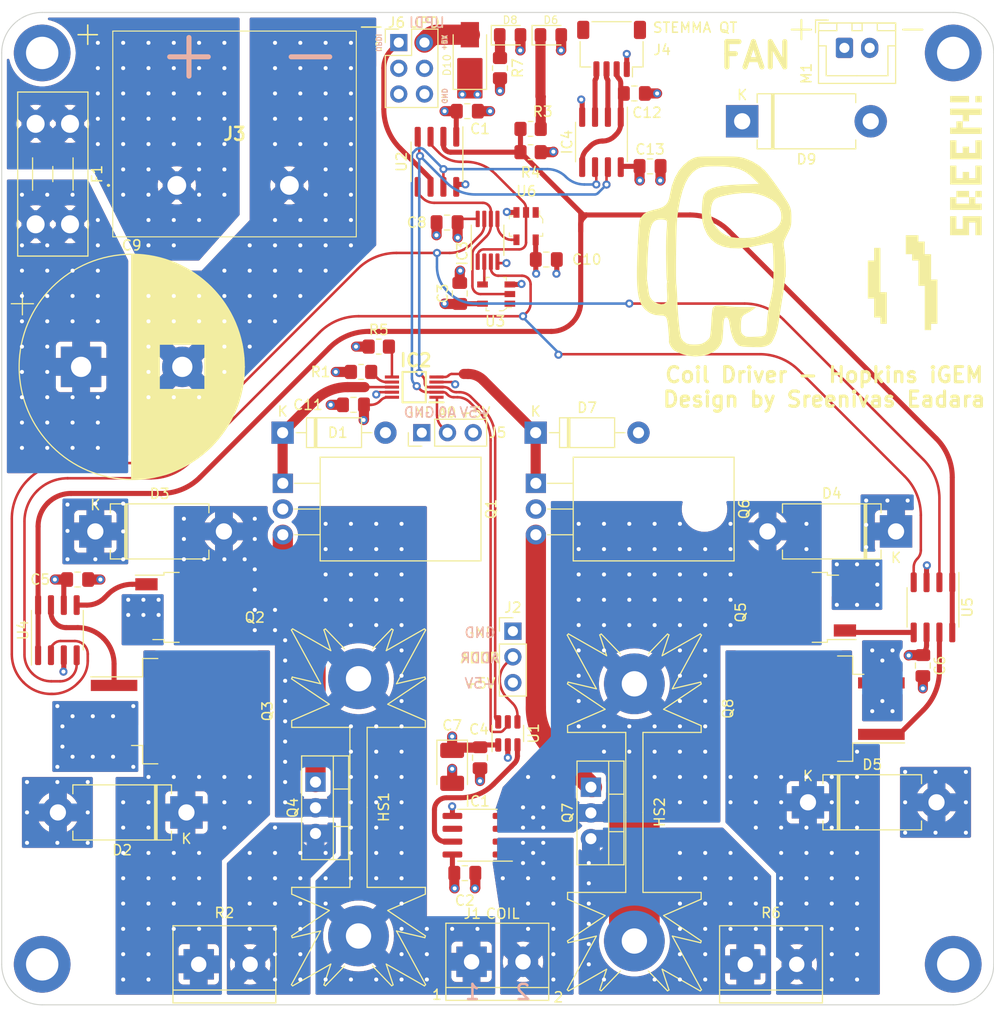
<source format=kicad_pcb>
(kicad_pcb (version 20211014) (generator pcbnew)
  (layers (0 "F.Cu" signal) (1 "In1.Cu" signal) (2 "In2.Cu" signal) (31 "B.Cu" signal) (34 "B.Paste" user) (35 "F.Paste" user) (36 "B.SilkS" user "B.Silkscreen") (37 "F.SilkS" user "F.Silkscreen") (38 "B.Mask" user) (39 "F.Mask" user) (44 "Edge.Cuts" user))
  (net 0 "")
  (net 1 "+5V")
  (net 2 "GND")
  (net 3 "RHEO1_OUT")
  (net 4 "Net-(D2-Pad1)")
  (net 5 "Net-(D3-Pad2)")
  (net 6 "Net-(D4-Pad2)")
  (net 7 "Net-(D5-Pad1)")
  (net 8 "Net-(D6-Pad1)")
  (net 9 "RHEO2_OUT")
  (net 10 "Net-(F1-Pad1)")
  (net 15 "Net-(IC1-Pad1)")
  (net 17 "Net-(IC1-Pad7)")
  (net 18 "Net-(IC2-Pad1)")
  (net 19 "SCL")
  (net 20 "SDA")
  (net 21 "RHEO2_IN")
  (net 22 "RHEO1_IN")
  (net 23 "PWM1")
  (net 24 "Net-(IC3-Pad2)")
  (net 25 "DIR2")
  (net 26 "PWM2")
  (net 27 "DIR1")
  (net 28 "Net-(J2-Pad2)")
  (net 29 "UPDI")
  (net 33 "Net-(Q1-Pad3)")
  (net 34 "FET1")
  (net 35 "FET3")
  (net 36 "Net-(Q4-Pad3)")
  (net 37 "FET2")
  (net 38 "Net-(Q6-Pad3)")
  (net 39 "Net-(Q7-Pad3)")
  (net 40 "FET4")
  (net 41 "ENABLE")
  (net 43 "Net-(D8-Pad1)")
  (net 44 "Net-(IC3-Pad5)")
  (net 46 "VCC")
  (net 47 "SCL-LOW")
  (net 48 "SDA-LOW")
  (net 49 "Net-(D10-Pad2)")
  (footprint "Diode_THT:D_DO-201AD_P12.70mm_Horizontal" (layer "F.Cu") (at 81.25 126 180)
    (fp_text reference "D2")
    (fp_text value "SB2060")
  )
  (footprint "8PCV-02-006:8PCV02006" (layer "F.Cu") (at 80.298 64.08 180)
    (fp_text reference "J3")
    (fp_text value "Conn_01x02" hide)
  )
  (footprint "Package_TO_SOT_THT:TO-220-3_Horizontal_TabDown" (layer "F.Cu") (at 90.77 93.5 -90)
    (fp_text reference "Q1")
    (fp_text value "TIP122")
  )
  (footprint "MountingHole:MountingHole_3.2mm_M3_DIN965_Pad" (layer "F.Cu") (at 157 141)
    (fp_text reference "H1" hide)
    (fp_text value "MH")
  )
  (footprint "Capacitor_SMD:C_0805_2012Metric_Pad1.18x1.45mm_HandSolder" (layer "F.Cu") (at 110.25 120.6 -90)
    (fp_text reference "C4")
    (fp_text value "0.1 uF")
  )
  (footprint "MountingHole:MountingHole_3.2mm_M3_DIN965_Pad" (layer "F.Cu") (at 157 51)
    (fp_text reference "H3" hide)
    (fp_text value "MH")
  )
  (footprint "Capacitor_SMD:C_0805_2012Metric_Pad1.18x1.45mm_HandSolder" (layer "F.Cu") (at 97.75 85.75 180)
    (fp_text reference "C11")
    (fp_text value "0.1 uF")
  )
  (footprint "Diode_THT:D_DO-201AD_P12.70mm_Horizontal" (layer "F.Cu") (at 72.25 98.25)
    (fp_text reference "D3")
    (fp_text value "SB2060")
  )
  (footprint "Package_TO_SOT_SMD:TO-252-2" (layer "F.Cu") (at 81.5 105.75)
    (fp_text reference "Q2")
    (fp_text value "IPD042P03L3GATMA1")
  )
  (footprint "Diode_THT:D_DO-201AD_P12.70mm_Horizontal" (layer "F.Cu") (at 151.35 98.25 180)
    (fp_text reference "D4")
    (fp_text value "SB2060")
  )
  (footprint "Package_SO:SOIC-8_3.9x4.9mm_P1.27mm" (layer "F.Cu") (at 68.5 108 90)
    (fp_text reference "U4")
    (fp_text value "FAN3268TMX")
  )
  (footprint "digikey-footprints:SOT-753" (layer "F.Cu") (at 111.85 74.8125 90)
    (fp_text reference "U3")
    (fp_text value "SN74LVC1G04DBVR")
  )
  (footprint "Package_SO:SOIC-8_3.9x4.9mm_P1.27mm" (layer "F.Cu") (at 110 128.25 180)
    (fp_text reference "IC1")
    (fp_text value "TMCS1107A1BQDRQ1")
  )
  (footprint "Capacitor_SMD:C_0805_2012Metric_Pad1.18x1.45mm_HandSolder" (layer "F.Cu") (at 125.5 55)
    (fp_text reference "C12")
    (fp_text value "0.1 uF")
  )
  (footprint "Capacitor_SMD:C_0805_2012Metric_Pad1.18x1.45mm_HandSolder" (layer "F.Cu") (at 116.8 71.4)
    (fp_text reference "C10")
    (fp_text value "0.1 uF")
  )
  (footprint "MCP4642-502E_UN:SOP50P490X110-10N" (layer "F.Cu") (at 103.75 84 180)
    (fp_text reference "IC2")
    (fp_text value "MCP4642-502E_UN" hide)
  )
  (footprint "Capacitor_SMD:C_0805_2012Metric_Pad1.18x1.45mm_HandSolder" (layer "F.Cu") (at 127.05 62.2)
    (fp_text reference "C13")
    (fp_text value "0.1 uF")
  )
  (footprint "Connector_PinHeader_2.54mm:PinHeader_1x03_P2.54mm_Vertical" (layer "F.Cu") (at 113.5 108.1)
    (fp_text reference "J2")
    (fp_text value "Conn_01x03")
  )
  (footprint "Diode_THT:D_DO-41_SOD81_P10.16mm_Horizontal" (layer "F.Cu") (at 115.75 88.5)
    (fp_text reference "D7")
    (fp_text value "1N4732A")
  )
  (footprint "MountingHole:MountingHole_3.2mm_M3_DIN965_Pad" (layer "F.Cu") (at 67 51)
    (fp_text reference "H2" hide)
    (fp_text value "MH")
  )
  (footprint "Capacitor_SMD:C_0805_2012Metric_Pad1.18x1.45mm_HandSolder" (layer "F.Cu") (at 108.75 132)
    (fp_text reference "C2")
    (fp_text value "0.1 uF")
  )
  (footprint "Package_SO:SOIC-8_3.9x4.9mm_P1.27mm" (layer "F.Cu") (at 106 61.75 -90)
    (fp_text reference "U2")
    (fp_text value "ATtiny412-SS")
  )
  (footprint "LED_SMD:LED_0805_2012Metric_Pad1.15x1.40mm_HandSolder" (layer "F.Cu") (at 117.25 49.25)
    (fp_text reference "D6")
    (fp_text value "LED")
  )
  (footprint "Diode_SMD:D_SMA" (layer "F.Cu") (at 109.25 51.2 90)
    (fp_text reference "D10")
    (fp_text value "B130-E3")
  )
  (footprint "Capacitor_SMD:C_0805_2012Metric_Pad1.18x1.45mm_HandSolder" (layer "F.Cu") (at 107 67.75 180)
    (fp_text reference "C8")
    (fp_text value "0.1 uF")
  )
  (footprint "Package_SO:SOIC-8_3.9x4.9mm_P1.27mm" (layer "F.Cu") (at 155 105.75 -90)
    (fp_text reference "U5")
    (fp_text value "FAN3268TMX")
  )
  (footprint "Fuse:Fuseholder_Blade_Mini_Keystone_3568" (layer "F.Cu") (at 69.75 58 -90)
    (fp_text reference "F1")
    (fp_text value "20A")
  )
  (footprint "Package_TO_SOT_THT:TO-220-3_Vertical" (layer "F.Cu") (at 121.205 123.51 -90)
    (fp_text reference "Q7")
    (fp_text value "D44VH")
  )
  (footprint "Capacitor_SMD:C_0805_2012Metric_Pad1.18x1.45mm_HandSolder" (layer "F.Cu") (at 70.5 103)
    (fp_text reference "C5")
    (fp_text value "0.1 uF")
  )
  (footprint "Package_TO_SOT_SMD:SOT-23-6" (layer "F.Cu") (at 113 118.2 90)
    (fp_text reference "U1")
    (fp_text value "ADC101C021CIMK")
  )
  (footprint "Resistor_SMD:R_0805_2012Metric_Pad1.20x1.40mm_HandSolder" (layer "F.Cu") (at 115.25 58.5)
    (fp_text reference "R3")
    (fp_text value "1K Ohm")
  )
  (footprint "LOGOS:AMOGUS" (layer "F.Cu") (at 133.940732 71)
    (fp_text reference "G***" hide)
    (fp_text value "LOGO" hide)
  )
  (footprint "Capacitor_SMD:C_0805_2012Metric_Pad1.18x1.45mm_HandSolder" (layer "F.Cu") (at 108.25 74.75 90)
    (fp_text reference "C3")
    (fp_text value "0.1 uF")
  )
  (footprint "digikey-footprints:SOT-753" (layer "F.Cu") (at 114.8 68.1 180)
    (fp_text reference "U6")
    (fp_text value "SN74LVC1G04DBVR")
  )
  (footprint "Resistor_SMD:R_0805_2012Metric_Pad1.20x1.40mm_HandSolder" (layer "F.Cu") (at 115.25 60.8)
    (fp_text reference "R4")
    (fp_text value "10K")
  )
  (footprint "Resistor_SMD:R_0805_2012Metric_Pad1.20x1.40mm_HandSolder" (layer "F.Cu") (at 98.5 82.5)
    (fp_text reference "R1")
    (fp_text value "1K Ohm")
  )
  (footprint "Package_TO_SOT_SMD:TO-252-2" (layer "F.Cu") (at 142.1 105.75 180)
    (fp_text reference "Q5")
    (fp_text value "IPD042P03L3GATMA1")
  )
  (footprint "TerminalBlock:TerminalBlock_bornier-2_P5.08mm" (layer "F.Cu") (at 109.42 140.75)
    (fp_text reference "J1")
    (fp_text value "COIL")
  )
  (footprint "Connector_JST:JST_SH_SM04B-SRSS-TB_1x04-1MP_P1.00mm_Horizontal" (layer "F.Cu") (at 123.25 50.6 180)
    (fp_text reference "J4")
    (fp_text value "Conn_01x04")
  )
  (footprint "Package_TO_SOT_THT:TO-220-3_Vertical" (layer "F.Cu") (at 94 123 -90)
    (fp_text reference "Q4")
    (fp_text value "D44VH")
  )
  (footprint "MountingHole:MountingHole_3.2mm_M3_DIN965_Pad" (layer "F.Cu") (at 67 141)
    (fp_text reference "H4" hide)
    (fp_text value "MH")
  )
  (footprint "Package_TO_SOT_SMD:TO-263-2" (layer "F.Cu") (at 144.125 115.75 180)
    (fp_text reference "Q8")
    (fp_text value "IRL1404ZSTRLPBF")
  )
  (footprint "Capacitor_Tantalum_SMD:CP_EIA-3528-21_Kemet-B_Pad1.50x2.35mm_HandSolder" (layer "F.Cu") (at 107.5 121.5 -90)
    (fp_text reference "C7")
    (fp_text value "4.7 uF")
  )
  (footprint "Connector_JST:JST_XH_B2B-XH-A_1x02_P2.50mm_Vertical" (layer "F.Cu") (at 146.25 50.5)
    (fp_text reference "M1")
    (fp_text value "Fan")
  )
  (footprint "Connector_PinHeader_2.54mm:PinHeader_1x03_P2.54mm_Vertical" (layer "F.Cu") (at 104.5 88.5 90)
    (fp_text reference "J5")
    (fp_text value "Conn_01x03")
  )
  (footprint "Diode_THT:D_DO-201AD_P12.70mm_Horizontal" (layer "F.Cu") (at 142.65 125)
    (fp_text reference "D5")
    (fp_text value "SB2060")
  )
  (footprint "Package_TO_SOT_THT:TO-220-3_Horizontal_TabDown" (layer "F.Cu") (at 115.77 93.5 -90)
    (fp_text reference "Q6")
    (fp_text value "TIP122")
  )
  (footprint "Diode_THT:D_DO-201AD_P12.70mm_Horizontal" (layer "F.Cu") (at 136.15 57.75)
    (fp_text reference "D9")
    (fp_text value "SB2060")
  )
  (footprint "Resistor_SMD:R_0805_2012Metric_Pad1.20x1.40mm_HandSolder" (layer "F.Cu") (at 112.225 52.5 90)
    (fp_text reference "R7")
    (fp_text value "1K Ohm")
  )
  (footprint "Heatsink:Heatsink_Fischer_SK104-STC-STIC_35x13mm_2xDrill2.5mm" (layer "F.Cu") (at 125.5 126 -90)
    (fp_text reference "HS2")
    (fp_text value "Heatsink")
  )
  (footprint "Diode_THT:D_DO-41_SOD81_P10.16mm_Horizontal" (layer "F.Cu") (at 90.75 88.5)
    (fp_text reference "D1")
    (fp_text value "1N4732A")
  )
  (footprint "Capacitor_SMD:C_0805_2012Metric_Pad1.18x1.45mm_HandSolder" (layer "F.Cu") (at 109 56.75)
    (fp_text reference "C1")
    (fp_text value "0.1 uF")
  )
  (footprint "Resistor_SMD:R_0805_2012Metric_Pad1.20x1.40mm_HandSolder" (layer "F.Cu") (at 100.25 80)
    (fp_text reference "R5")
    (fp_text value "1K Ohm")
  )
  (footprint "Package_TO_SOT_SMD:TO-263-2" (layer "F.Cu") (at 79.875 116)
    (fp_text reference "Q3")
    (fp_text value "IRL1404ZSTRLPBF")
  )
  (footprint "Package_SO:MSOP-8_3x3mm_P0.65mm" (layer "F.Cu") (at 111 69.5 90)
    (fp_text reference "IC3")
    (fp_text value "SN74LVC2G08IDCTRQ1")
  )
  (footprint "TerminalBlock:TerminalBlock_bornier-2_P5.08mm" (layer "F.Cu") (at 82.46 141)
    (fp_text reference "R2")
    (fp_text value "220 mOhm")
  )
  (footprint "Capacitor_THT:CP_Radial_D22.0mm_P10.00mm_SnapIn" (layer "F.Cu") (at 70.842169 82)
    (fp_text reference "C9")
    (fp_text value "10000 uF")
  )
  (footprint "LOGOS:5reen_merge" (layer "F.Cu") (at 154.5 66.5 90)
    (fp_text reference "G***" hide)
    (fp_text value "LOGO" hide)
  )
  (footprint "TerminalBlock:TerminalBlock_bornier-2_P5.08mm" (layer "F.Cu") (at 136.46 141)
    (fp_text reference "R6")
    (fp_text value "220 mOhm")
  )
  (footprint "LED_SMD:LED_0805_2012Metric_Pad1.15x1.40mm_HandSolder" (layer "F.Cu") (at 113.225 49.25)
    (fp_text reference "D8")
    (fp_text value "LED")
  )
  (footprint "Heatsink:Heatsink_Fischer_SK104-STC-STIC_35x13mm_2xDrill2.5mm" (layer "F.Cu") (at 98.249999 125.5 -90)
    (fp_text reference "HS1")
    (fp_text value "Heatsink")
  )
  (footprint "Capacitor_SMD:C_0805_2012Metric_Pad1.18x1.45mm_HandSolder" (layer "F.Cu") (at 154 111.5 -90)
    (fp_text reference "C6")
    (fp_text value "0.1 uF")
  )
  (footprint "Package_SO:SOIC-8_3.9x4.9mm_P1.27mm" (layer "F.Cu") (at 122.25 59.8 -90)
    (fp_text reference "IC4")
    (fp_text value "NLSX4373DR2G")
  )
  (footprint "Connector_PinHeader_2.54mm:PinHeader_2x03_P2.54mm_Vertical" (layer "F.Cu") (at 102.225 49.975)
    (fp_text reference "J6")
    (fp_text value "Conn_02x03_Odd_Even")
  )
  (gr_arc (start 161 141) (mid 159.828427 143.828427) (end 157 145) (layer "Edge.Cuts") (width 0.1))
  (gr_arc (start 157 47) (mid 159.828427 48.171573) (end 161 51) (layer "Edge.Cuts") (width 0.1))
  (gr_arc (start 63 51) (mid 64.171573 48.171573) (end 67 47) (layer "Edge.Cuts") (width 0.1))
  (gr_arc (start 67 145) (mid 64.171573 143.828427) (end 63 141) (layer "Edge.Cuts") (width 0.1))
  (gr_line (start 67 47) (end 157 47) (layer "Edge.Cuts") (width 0.1))
  (gr_line (start 157 145) (end 67 145) (layer "Edge.Cuts") (width 0.1))
  (gr_line (start 63 141) (end 63 51) (layer "Edge.Cuts") (width 0.1))
  (gr_line (start 161 51) (end 161 141) (layer "Edge.Cuts") (width 0.1))
  (gr_text "ADDR" (at 110.25 110.75) (layer "B.SilkS") (effects (font (size 1 1)) (justify mirror)))
  (gr_text "+5V" (at 106.75 50 -90) (layer "B.SilkS") (effects (font (size 0.5 0.5) (thickness 0.1)) (justify mirror)))
  (gr_text "GND" (at 106.75 55.25 -90) (layer "B.SilkS") (effects (font (size 0.5 0.5) (thickness 0.1)) (justify mirror)))
  (gr_text "A0" (at 107 86.5) (layer "B.SilkS") (effects (font (size 1 1)) (justify mirror)))
  (gr_text "UPDI" (at 105 48) (layer "B.SilkS") (effects (font (size 1 1)) (justify mirror)))
  (gr_text "1" (at 109.5 143.75) (layer "B.SilkS") (effects (font (size 1.5 1.5) (thickness 0.25)) (justify mirror)))
  (gr_text "GND" (at 110.25 108.25) (layer "B.SilkS") (effects (font (size 1 1)) (justify mirror)))
  (gr_text "+" (at 81.5 51) (layer "B.SilkS") (effects (font (size 5 5) (thickness 0.5))))
  (gr_text "UPDI" (at 100.25 50 -90) (layer "B.SilkS") (effects (font (size 0.5 0.5) (thickness 0.1)) (justify mirror)))
  (gr_text "+5V" (at 109.75 86.5) (layer "B.SilkS") (effects (font (size 1 1)) (justify mirror)))
  (gr_text "+5V" (at 110.25 113.25) (layer "B.SilkS") (effects (font (size 1 1)) (justify mirror)))
  (gr_text "2" (at 114.5 143.75) (layer "B.SilkS") (effects (font (size 1.5 1.5) (thickness 0.25)) (justify mirror)))
  (gr_text "-" (at 93.5 51) (layer "B.SilkS") (effects (font (size 5 5) (thickness 0.5))))
  (gr_text "GND" (at 104.25 86.5) (layer "B.SilkS") (effects (font (size 1 1)) (justify mirror)))
  (gr_text "A0" (at 107 86.5) (layer "F.SilkS") (effects (font (size 1 1))))
  (gr_text "COIL" (at 112.5 136) (layer "F.SilkS") (effects (font (size 1 1))))
  (gr_text "GND" (at 106.75 55.25 90) (layer "F.SilkS") (effects (font (size 0.5 0.5) (thickness 0.1))))
  (gr_text "+5V" (at 109.75 86.5) (layer "F.SilkS") (effects (font (size 1 1))))
  (gr_text "+5V" (at 106.75 50 90) (layer "F.SilkS") (effects (font (size 0.5 0.5) (thickness 0.1))))
  (gr_text "+" (at 71.5 49) (layer "F.SilkS") (effects (font (size 2.5 2.5))))
  (gr_text "UPDI" (at 100.25 50 90) (layer "F.SilkS") (effects (font (size 0.5 0.5) (thickness 0.1))))
  (gr_text "-" (at 99.5 48.25) (layer "F.SilkS") (effects (font (size 2.5 2.5))))
  (gr_text "GND" (at 110.25 108.25) (layer "F.SilkS") (effects (font (size 1 1))))
  (gr_text "-" (at 153 48.5) (layer "F.SilkS") (effects (font (size 2.5 2.5) (thickness 0.2))))
  (gr_text "FAN" (at 137.5 51.25) (layer "F.SilkS") (effects (font (size 2.5 2.5) (thickness 0.5))))
  (gr_text "STEMMA QT" (at 131.5 48.5) (layer "F.SilkS") (effects (font (size 1 1))))
  (gr_text "+" (at 142 48.5) (layer "F.SilkS") (effects (font (size 2.5 2.5) (thickness 0.2))))
  (gr_text "2" (at 118 144.25) (layer "F.SilkS") (effects (font (size 1 1))))
  (gr_text "UPDI" (at 105 48) (layer "F.SilkS") (effects (font (size 1 1))))
  (gr_text "GND" (at 104.25 86.5) (layer "F.SilkS") (effects (font (size 1 1))))
  (gr_text "+5V" (at 110.25 113.25) (layer "F.SilkS") (effects (font (size 1 1))))
  (gr_text "ADDR" (at 110.25 110.75) (layer "F.SilkS") (effects (font (size 1 1))))
  (gr_text "Coil Driver - Hopkins iGEM\nDesign by Sreenivas Eadara" (at 144.25 84) (layer "F.SilkS") (effects (font (size 1.5 1.5) (thickness 0.3))))
  (gr_text "1" (at 106 144) (layer "F.SilkS") (effects (font (size 1 1))))
  (segment (start 107.525 130.155) (end 107.525 131.8125) (width 0.5) (layer "F.Cu") (net 1))
  (segment (start 106.76875 75.76875) (end 106.75 75.75) (width 1) (layer "F.Cu") (net 1))
  (segment (start 99.469669 85.75) (end 98.7875 85.75) (width 0.25) (layer "F.Cu") (net 1))
  (segment (start 154.365 109.503235) (end 154.365 108.225) (width 0.5) (layer "F.Cu") (net 1))
  (segment (start 108.0375 69.228661) (end 108.0375 67.75) (width 1) (layer "F.Cu") (net 1))
  (segment (start 68.25 103) (end 69.4625 103) (width 1) (layer "F.Cu") (net 1))
  (segment (start 107.905 59.275) (end 107.905 57.0575) (width 0.5) (layer "F.Cu") (net 1))
  (segment (start 69.135 105.525) (end 69.135 103.3275) (width 0.5) (layer "F.Cu") (net 1))
  (segment (start 98.7875 85.75) (end 98.7875 87.185983) (width 1) (layer "F.Cu") (net 1))
  (segment (start 107.969454 119.6) (end 110.2125 119.6) (width 1) (layer "F.Cu") (net 1))
  (segment (start 98.75 87.25) (end 98.76875 87.23125) (width 1) (layer "F.Cu") (net 1))
  (segment (start 126.0125 63.535983) (end 126.0125 62.2) (width 1) (layer "F.Cu") (net 1))
  (segment (start 110.025 67.3875) (end 108.4 67.3875) (width 0.25) (layer "F.Cu") (net 1))
  (segment (start 112.05 119.3375) (end 110.475 119.3375) (width 0.5) (layer "F.Cu") (net 1))
  (segment (start 152.664016 110.4625) (end 154 110.4625) (width 1) (layer "F.Cu") (net 1))
  (segment (start 112.225 54.75) (end 112.225 53.5) (width 1) (layer "F.Cu") (net 1))
  (segment (start 108.05 69.25) (end 108.04375 69.24375) (width 1) (layer "F.Cu") (net 1))
  (segment (start 152.6 110.5) (end 152.61875 110.48125) (width 1) (layer "F.Cu") (net 1))
  (segment (start 98 80) (end 99.25 80) (width 1) (layer "F.Cu") (net 1))
  (segment (start 126.05 63.6) (end 126.03125 63.58125) (width 1) (layer "F.Cu") (net 1))
  (segment (start 107.7125 133.435983) (end 107.7125 132) (width 1) (layer "F.Cu") (net 1))
  (segment (start 106.814016 75.7875) (end 108.25 75.7875) (width 1) (layer "F.Cu") (net 1))
  (segment (start 96 82.5) (end 97.5 82.5) (width 1) (layer "F.Cu") (net 1))
  (segment (start 107.73125 133.48125) (end 107.75 133.5) (width 1) (layer "F.Cu") (net 1))
  (segment (start 115.75 69.45) (end 115.75 71.3875) (width 0.5) (layer "F.Cu") (net 1))
  (segment (start 110.5 75.7625) (end 108.275 75.7625) (width 0.5) (layer "F.Cu") (net 1))
  (segment (start 107.5 118.5) (end 107.5 119.680545) (width 1) (layer "F.Cu") (net 1))
  (segment (start 126.0125 62.2) (end 124.283033 62.2) (width 0.5) (layer "F.Cu") (net 1))
  (segment (start 115.7625 72.735983) (end 115.7625 71.4) (width 0.5) (layer "F.Cu") (net 1))
  (segment (start 100.374999 85.374999) (end 100.467157 85.282842) (width 0.25) (layer "F.Cu") (net 1))
  (segment (start 106.75 56.75) (end 107.9625 56.75) (width 1) (layer "F.Cu") (net 1))
  (segment (start 115.8 72.8) (end 115.78125 72.78125) (width 0.5) (layer "F.Cu") (net 1))
  (via (at 106.75 56.75) (size 0.8) (drill 0.4) (layers "F.Cu" "B.Cu") (net 1))
  (via (at 67.5 75) (size 0.8) (drill 0.4) (layers "F.Cu" "B.Cu") (net 1))
  (via (at 110 55.1) (size 0.8) (drill 0.4) (layers "F.Cu" "B.Cu") (net 1))
  (via (at 126.05 63.6) (size 0.8) (drill 0.4) (layers "F.Cu" "B.Cu") (net 1))
  (via (at 149.5 103.5) (size 0.8) (drill 0.4) (layers "F.Cu" "B.Cu") (net 1))
  (via (at 65 65) (size 0.8) (drill 0.4) (layers "F.Cu" "B.Cu") (net 1))
  (via (at 72.5 85) (size 0.8) (drill 0.4) (layers "F.Cu" "B.Cu") (net 1))
  (via (at 147.5 101.5) (size 0.8) (drill 0.4) (layers "F.Cu" "B.Cu") (net 1))
  (via (at 67.5 87.5) (size 0.8) (drill 0.4) (layers "F.Cu" "B.Cu") (net 1))
  (via (at 75.5 106.5) (size 0.8) (drill 0.4) (layers "F.Cu" "B.Cu") (net 1))
  (via (at 75.5 105) (size 0.8) (drill 0.4) (layers "F.Cu" "B.Cu") (net 1))
  (via (at 70 77.5) (size 0.8) (drill 0.4) (layers "F.Cu" "B.Cu") (net 1))
  (via (at 145.5 101.5) (size 0.8) (drill 0.4) (layers "F.Cu" "B.Cu") (net 1))
  (via (at 65 85) (size 0.8) (drill 0.4) (layers "F.Cu" "B.Cu") (net 1))
  (via (at 75 98.25) (size 0.8) (drill 0.4) (layers "F.Cu" "B.Cu") (net 1))
  (via (at 112.225 54.75) (size 0.8) (drill 0.4) (layers "F.Cu" "B.Cu") (net 1))
  (via (at 65 77.5) (size 0.8) (drill 0.4) (layers "F.Cu" "B.Cu") (net 1))
  (via (at 148.4 99.8) (size 0.8) (drill 0.4) (layers "F.Cu" "B.Cu") (net 1))
  (via (at 77 105) (size 0.8) (drill 0.4) (layers "F.Cu" "B.Cu") (net 1))
  (via (at 65 80) (size 0.8) (drill 0.4) (layers "F.Cu" "B.Cu") (net 1))
  (via (at 145.5 105.5) (size 0.8) (drill 0.4) (layers "F.Cu" "B.Cu") (net 1))
  (via (at 70 72.5) (size 0.8) (drill 0.4) (layers "F.Cu" "B.Cu") (net 1))
  (via (at 70 65) (size 0.8) (drill 0.4) (layers "F.Cu" "B.Cu") (net 1))
  (via (at 67.5 90) (size 0.8) (drill 0.4) (layers "F.Cu" "B.Cu") (net 1))
  (via (at 70 90) (size 0.8) (drill 0.4) (layers "F.Cu" "B.Cu") (net 1))
  (via (at 72.5 70) (size 0.8) (drill 0.4) (layers "F.Cu" "B.Cu") (net 1))
  (via (at 72.5 72.5) (size 0.8) (drill 0.4) (layers "F.Cu" "B.Cu") (net 1))
  (via (at 72.5 67.5) (size 0.8) (drill 0.4) (layers "F.Cu" "B.Cu") (net 1))
  (via (at 148.4 97.6) (size 0.8) (drill 0.4) (layers "F.Cu" "B.Cu") (net 1))
  (via (at 65 75) (size 0.8) (drill 0.4) (layers "F.Cu" "B.Cu") (net 1))
  (via (at 152.5 95.2) (size 0.8) (drill 0.4) (layers "F.Cu" "B.Cu") (net 1))
  (via (at 152.6 110.5) (size 0.8) (drill 0.4) (layers "F.Cu" "B.Cu") (net 1))
  (via (at 65 70) (size 0.8) (drill 0.4) (layers "F.Cu" "B.Cu") (net 1))
  (via (at 67.5 70) (size 0.8) (drill 0.4) (layers "F.Cu" "B.Cu") (net 1))
  (via (at 72.5 90) (size 0.8) (drill 0.4) (layers "F.Cu" "B.Cu") (net 1))
  (via (at 150.5 95.2) (size 0.8) (drill 0.4) (layers "F.Cu" "B.Cu") (net 1))
  (via (at 107.5 118.5) (size 0.8) (drill 0.4) (layers "F.Cu" "B.Cu") (net 1))
  (via (at 96 82.5) (size 0.8) (drill 0.4) (layers "F.Cu" "B.Cu") (net 1))
  (via (at 69.5 95.6) (size 0.8) (drill 0.4) (layers "F.Cu" "B.Cu") (net 1))
  (via (at 106.75 75.75) (size 0.8) (drill 0.4) (layers "F.Cu" "B.Cu") (net 1))
  (via (at 67.5 85) (size 0.8) (drill 0.4) (layers "F.Cu" "B.Cu") (net 1))
  (via (at 75 95.5) (size 0.8) (drill 0.4) (layers "F.Cu" "B.Cu") (net 1))
  (via (at 78.5 105) (size 0.8) (drill 0.4) (layers "F.Cu" "B.Cu") (net 1))
  (via (at 115.8 72.8) (size 0.8) (drill 0.4) (layers "F.Cu" "B.Cu") (net 1))
  (via (at 108.5 55.1) (size 0.8) (drill 0.4) (layers "F.Cu" "B.Cu") (net 1))
  (via (at 75 101) (size 0.8) (drill 0.4) (layers "F.Cu" "B.Cu") (net 1))
  (via (at 68.25 103) (size 0.8) (drill 0.4) (layers "F.Cu" "B.Cu") (net 1))
  (via (at 65 82.5) (size 0.8) (drill 0.4) (layers "F.Cu" "B.Cu") (net 1))
  (via (at 65 87.5) (size 0.8) (drill 0.4) (layers "F.Cu" "B.Cu") (net 1))
  (via (at 147.5 105.5) (size 0.8) (drill 0.4) (layers "F.Cu" "B.Cu") (net 1))
  (via (at 70 87.5) (size 0.8) (drill 0.4) (layers "F.Cu" "B.Cu") (net 1))
  (via (at 72.25 101) (size 0.8) (drill 0.4) (layers "F.Cu" "B.Cu") (net 1))
  (via (at 72.5 75) (size 0.8) (drill 0.4) (layers "F.Cu" "B.Cu") (net 1))
  (via (at 65 90) (size 0.8) (drill 0.4) (layers "F.Cu" "B.Cu") (net 1))
  (via (at 67.5 72.5) (size 0.8) (drill 0.4) (layers "F.Cu" "B.Cu") (net 1))
  (via (at 67.5 80) (size 0.8) (drill 0.4) (layers "F.Cu" "B.Cu") (net 1))
  (via (at 67.5 65) (size 0.8) (drill 0.4) (layers "F.Cu" "B.Cu") (net 1))
  (via (at 108.05 69.25) (size 0.8) (drill 0.4) (layers "F.Cu" "B.Cu") (net 1))
  (via (at 70 85) (size 0.8) (drill 0.4) (layers "F.Cu" "B.Cu") (net 1))
  (via (at 65 72.5) (size 0.8) (drill 0.4) (layers "F.Cu" "B.Cu") (net 1))
  (via (at 72.5 87.5) (size 0.8) (drill 0.4) (layers "F.Cu" "B.Cu") (net 1))
  (via (at 98.75 87.25) (size 0.8) (drill 0.4) (layers "F.Cu" "B.Cu") (net 1))
  (via (at 77 106.5) (size 0.8) (drill 0.4) (layers "F.Cu" "B.Cu") (net 1))
  (via (at 72.25 95.5) (size 0.8) (drill 0.4) (layers "F.Cu" "B.Cu") (net 1))
  (via (at 98 80) (size 0.8) (drill 0.4) (layers "F.Cu" "B.Cu") (net 1))
  (via (at 67.5 77.5) (size 0.8) (drill 0.4) (layers "F.Cu" "B.Cu") (net 1))
  (via (at 78.5 106.5) (size 0.8) (drill 0.4) (layers "F.Cu" "B.Cu") (net 1))
  (via (at 149.5 101.5) (size 0.8) (drill 0.4) (layers "F.Cu" "B.Cu") (net 1))
  (via (at 70 75) (size 0.8) (drill 0.4) (layers "F.Cu" "B.Cu") (net 1))
  (via (at 72.5 77.5) (size 0.8) (drill 0.4) (layers "F.Cu" "B.Cu") (net 1))
  (via (at 148.4 95.2) (size 0.8) (drill 0.4) (layers "F.Cu" "B.Cu") (net 1))
  (via (at 67.5 82.5) (size 0.8) (drill 0.4) (layers "F.Cu" "B.Cu") (net 1))
  (via (at 69.5 101) (size 0.8) (drill 0.4) (layers "F.Cu" "B.Cu") (net 1))
  (via (at 149.5 105.5) (size 0.8) (drill 0.4) (layers "F.Cu" "B.Cu") (net 1))
  (via (at 69.5 98.2) (size 0.8) (drill 0.4) (layers "F.Cu" "B.Cu") (net 1))
  (via (at 107.75 133.5) (size 0.8) (drill 0.4) (layers "F.Cu" "B.Cu") (net 1))
  (arc (start 100.374999 85.374999) (mid 99.95963 85.65254) (end 99.469669 85.75) (width 0.25) (layer "F.Cu") (net 1))
  (arc (start 152.664016 110.4625) (mid 152.639518 110.467372) (end 152.61875 110.48125) (width 1) (layer "F.Cu") (net 1))
  (arc (start 124.283033 62.2) (mid 124.234036 62.209745) (end 124.1925 62.2375) (width 0.5) (layer "F.Cu") (net 1))
  (arc (start 101.15 85) (mid 100.780448 85.073508) (end 100.467157 85.282842) (width 0.25) (layer "F.Cu") (net 1))
  (arc (start 126.0125 63.535983) (mid 126.017372 63.560481) (end 126.03125 63.58125) (width 1) (layer "F.Cu") (net 1))
  (arc (start 115.7625 72.735983) (mid 115.767372 72.760481) (end 115.78125 72.78125) (width 0.5) (layer "F.Cu") (net 1))
  (arc (start 108.0375 69.228661) (mid 108.039124 69.236827) (end 108.04375 69.24375) (width 1) (layer "F.Cu") (net 1))
  (arc (start 107.969454 119.6) (mid 107.789801 119.635735) (end 107.6375 119.7375) (width 1) (layer "F.Cu") (net 1))
  (arc (start 154.365 109.503235) (mid 154.287032 109.895204) (end 154.065 110.2275) (width 0.5) (layer "F.Cu") (net 1))
  (arc (start 107.7125 133.435983) (mid 107.717372 133.460481) (end 107.73125 133.48125) (width 1) (layer "F.Cu") (net 1))
  (arc (start 106.76875 75.76875) (mid 106.789518 75.782627) (end 106.814016 75.7875) (width 1) (layer "F.Cu") (net 1))
  (arc (start 98.7875 87.185983) (mid 98.782627 87.210481) (end 98.76875 87.23125) (width 1) (layer "F.Cu") (net 1))
  (segment (start 117.81875 72.78125) (end 117.8 72.8) (width 0.5) (layer "F.Cu") (net 2))
  (segment (start 112.925 66.725) (end 112.9 66.7) (width 0.5) (layer "F.Cu") (net 2))
  (segment (start 69.1 112.1) (end 69.1175 112.0825) (width 0.5) (layer "F.Cu") (net 2))
  (segment (start 108.3 72.5) (end 108.275 72.525) (width 1) (layer "F.Cu") (net 2))
  (segment (start 114.264644 73.8625) (end 113.2 73.8625) (width 0.5) (layer "F.Cu") (net 2))
  (segment (start 128.0875 63.535983) (end 128.0875 62.2) (width 1) (layer "F.Cu") (net 2))
  (segment (start 118.275 50.707322) (end 118.275 49.25) (width 1) (layer "F.Cu") (net 2))
  (segment (start 108.149695 63.980305) (end 107.905 64.225) (width 0.5) (layer "F.Cu") (net 2))
  (segment (start 107.525 125.442677) (end 107.525 126.345) (width 0.5) (layer "F.Cu") (net 2))
  (segment (start 105.9625 68.978661) (end 105.9625 67.75) (width 1) (layer "F.Cu") (net 2))
  (segment (start 124.75 51.1) (end 124.75 52.6) (width 0.5) (layer "F.Cu") (net 2))
  (segment (start 100 84.7245) (end 100.11225 84.61225) (width 0.25) (layer "F.Cu") (net 2))
  (segment (start 109.7875 133.435983) (end 109.7875 132) (width 1) (layer "F.Cu") (net 2))
  (segment (start 120.25 55.6) (end 120.2975 55.6475) (width 0.5) (layer "F.Cu") (net 2))
  (segment (start 154.3825 101.6175) (end 154.4 101.6) (width 0.5) (layer "F.Cu") (net 2))
  (segment (start 72.75 103) (end 71.5375 103) (width 1) (layer "F.Cu") (net 2))
  (segment (start 112.985355 66.75) (end 113.85 66.75) (width 0.5) (layer "F.Cu") (net 2))
  (segment (start 111.25 56.75) (end 110.0375 56.75) (width 1) (layer "F.Cu") (net 2))
  (segment (start 154 113.75) (end 154 112.5375) (width 1) (layer "F.Cu") (net 2))
  (segment (start 69.135 112.040251) (end 69.135 110.475) (width 0.5) (layer "F.Cu") (net 2))
  (segment (start 112.218783 71.755305) (end 112.863833 71.755305) (width 0.25) (layer "F.Cu") (net 2))
  (segment (start 127.75 55) (end 126.5375 55) (width 1) (layer "F.Cu") (net 2))
  (segment (start 108.807168 63.980305) (end 108.149695 63.980305) (width 0.5) (layer "F.Cu") (net 2))
  (segment (start 114.35 73.8125) (end 114.325 73.8375) (width 0.5) (layer "F.Cu") (net 2))
  (segment (start 108.25 72.585355) (end 108.25 73.7125) (width 1) (layer "F.Cu") (net 2))
  (segment (start 117.5 60.75) (end 117.475 60.775) (width 1) (layer "F.Cu") (net 2))
  (segment (start 118.2625 50.7375) (end 118.25 50.75) (width 1) (layer "F.Cu") (net 2))
  (segment (start 117.414644 60.8) (end 116.25 60.8) (width 1) (layer "F.Cu") (net 2))
  (segment (start 105.95 69) (end 105.95625 68.99375) (width 1) (layer "F.Cu") (net 2))
  (segment (start 114.225 50.75) (end 114.2375 50.7375) (width 1) (layer "F.Cu") (net 2))
  (segment (start 100.383245 84.5) (end 101.55 84.5) (width 0.25) (layer "F.Cu") (net 2))
  (segment (start 117.8375 72.735983) (end 117.8375 71.4) (width 0.5) (layer "F.Cu") (net 2))
  (segment (start 107.5 125.4) (end 107.5125 125.4125) (width 0.5) (layer "F.Cu") (net 2))
  (segment (start 107.416754 83.5) (end 105.95 83.5) (width 0.25) (layer "F.Cu") (net 2))
  (segment (start 114.25 50.707322) (end 114.25 49.25) (width 1) (layer "F.Cu") (net 2))
  (segment (start 107.5 121.7) (end 107.5 123.125) (width 1) (layer "F.Cu") (net 2))
  (segment (start 109.76875 133.48125) (end 109.75 133.5) (width 1) (layer "F.Cu") (net 2))
  (segment (start 113 120.6) (end 113 119.3375) (width 0.5) (layer "F.Cu") (net 2))
  (segment (start 128.05 63.6) (end 128.06875 63.58125) (width 1) (layer "F.Cu") (net 2))
  (segment (start 107.8 83.7245) (end 107.68775 83.61225) (width 0.25) (layer "F.Cu") (net 2))
  (segment (start 110.25 122.9) (end 110.25 121.6375) (width 1) (layer "F.Cu") (net 2))
  (segment (start 120.345 55.762175) (end 120.345 57.325) (width 0.5) (layer "F.Cu") (net 2))
  (segment (start 95.5 85.75) (end 96.7125 85.75) (width 1) (layer "F.Cu") (net 2))
  (segment (start 154.365 101.659748) (end 154.365 103.275) (width 0.5) (layer "F.Cu") (net 2))
  (via (at 82.5 85) (size 0.8) (drill 0.4) (layers "F.Cu" "B.Cu") (net 2))
  (via (at 90 72.5) (size 0.8) (drill 0.4) (layers "F.Cu" "B.Cu") (net 2))
  (via (at 97.5 55) (size 0.8) (drill 0.4) (layers "F.Cu" "B.Cu") (net 2))
  (via (at 87.5 80) (size 0.8) (drill 0.4) (layers "F.Cu" "B.Cu") (net 2))
  (via (at 152.25 125) (size 0.8) (drill 0.4) (layers "F.Cu" "B.Cu") (net 2))
  (via (at 90 70) (size 0.8) (drill 0.4) (layers "F.Cu" "B.Cu") (net 2))
  (via (at 92.5 57.5) (size 0.8) (drill 0.4) (layers "F.Cu" "B.Cu") (net 2))
  (via (at 151 116) (size 0.8) (drill 0.4) (layers "F.Cu" "B.Cu") (net 2))
  (via (at 77.5 77.5) (size 0.8) (drill 0.4) (layers "F.Cu" "B.Cu") (net 2))
  (via (at 77.5 75) (size 0.8) (drill 0.4) (layers "F.Cu" "B.Cu") (net 2))
  (via (at 92.5 60) (size 0.8) (drill 0.4) (layers "F.Cu" "B.Cu") (net 2))
  (via (at 95 62.5) (size 0.8) (drill 0.4) (layers "F.Cu" "B.Cu") (net 2))
  (via (at 95.5 85.75) (size 0.8) (drill 0.4) (layers "F.Cu" "B.Cu") (net 2))
  (via (at 92.5 50) (size 0.8) (drill 0.4) (layers "F.Cu" "B.Cu") (net 2))
  (via (at 68.5 129) (size 0.8) (drill 0.4) (layers "F.Cu" "B.Cu") (net 2))
  (via (at 108.3 72.5) (size 0.8) (drill 0.4) (layers "F.Cu" "B.Cu") (net 2))
  (via (at 150 111) (size 0.8) (drill 0.4) (layers "F.Cu" "B.Cu") (net 2))
  (via (at 87.5 77.5) (size 0.8) (drill 0.4) (layers "F.Cu" "B.Cu") (net 2))
  (via (at 82.5 75) (size 0.8) (drill 0.4) (layers "F.Cu" "B.Cu") (net 2))
  (via (at 90 55) (size 0.8) (drill 0.4) (layers "F.Cu" "B.Cu") (net 2))
  (via (at 65.5 126) (size 0.8) (drill 0.4) (layers "F.Cu" "B.Cu") (net 2))
  (via (at 70 120.5) (size 0.8) (drill 0.4) (layers "F.Cu" "B.Cu") (net 2))
  (via (at 109.75 133.5) (size 0.8) (drill 0.4) (layers "F.Cu" "B.Cu") (net 2))
  (via (at 150 115) (size 0.8) (drill 0.4) (layers "F.Cu" "B.Cu") (net 2))
  (via (at 149 116) (size 0.8) (drill 0.4) (layers "F.Cu" "B.Cu") (net 2))
  (via (at 72 116.5) (size 0.8) (drill 0.4) (layers "F.Cu" "B.Cu") (net 2))
  (via (at 90 60) (size 0.8) (drill 0.4) (layers "F.Cu" "B.Cu") (net 2))
  (via (at 95 60) (size 0.8) (drill 0.4) (layers "F.Cu" "B.Cu") (net 2))
  (via (at 152.25 122) (size 0.8) (drill 0.4) (layers "F.Cu" "B.Cu") (net 2))
  (via (at 97.5 65) (size 0.8) (drill 0.4) (layers "F.Cu" "B.Cu") (net 2))
  (via (at 158.25 128) (size 0.8) (drill 0.4) (layers "F.Cu" "B.Cu") (net 2))
  (via (at 80 77.5) (size 0.8) (drill 0.4) (layers "F.Cu" "B.Cu") (net 2))
  (via (at 107.8 83.7245) (size 0.8) (drill 0.4) (layers "F.Cu" "B.Cu") (net 2))
  (via (at 107.5 121.7) (size 0.8) (drill 0.4) (layers "F.Cu" "B.Cu") (net 2))
  (via (at 72 120.5) (size 0.8) (drill 0.4) (layers "F.Cu" "B.Cu") (net 2))
  (via (at 80 75) (size 0.8) (drill 0.4) (layers "F.Cu" "B.Cu") (net 2))
  (via (at 114.35 73.8125) (size 0.8) (drill 0.4) (layers "F.Cu" "B.Cu") (net 2))
  (via (at 71.5 129) (size 0.8) (drill 0.4) (layers "F.Cu" "B.Cu") (net 2))
  (via (at 74 120.5) (size 0.8) (drill 0.4) (layers "F.Cu" "B.Cu") (net 2))
  (via (at 95 57.5) (size 0.8) (drill 0.4) (layers "F.Cu" "B.Cu") (net 2))
  (via (at 111.25 56.75) (size 0.8) (drill 0.4) (layers "F.Cu" "B.Cu") (net 2))
  (via (at 85 80) (size 0.8) (drill 0.4) (layers "F.Cu" "B.Cu") (net 2))
  (via (at 158.25 122) (size 0.8) (drill 0.4) (layers "F.Cu" "B.Cu") (net 2))
  (via (at 100 84.7245) (size 0.8) (drill 0.4) (layers "F.Cu" "B.Cu") (net 2))
  (via (at 113 120.6) (size 0.8) (drill 0.4) (layers "F.Cu" "B.Cu") (net 2))
  (via (at 97.5 60) (size 0.8) (drill 0.4) (layers "F.Cu" "B.Cu") (net 2))
  (via (at 92.5 72.5) (size 0.8) (drill 0.4) (layers "F.Cu" "B.Cu") (net 2))
  (via (at 82.5 77.5) (size 0.8) (drill 0.4) (layers "F.Cu" "B.Cu") (net 2))
  (via (at 72.75 103) (size 0.8) (drill 0.4) (layers "F.Cu" "B.Cu") (net 2))
  (via (at 69.1 112.1) (size 0.8) (drill 0.4) (layers "F.Cu" "B.Cu") (net 2))
  (via (at 149 110) (size 0.8) (drill 0.4) (layers "F.Cu" "B.Cu") (net 2))
  (via (at 85 75) (size 0.8) (drill 0.4) (layers "F.Cu" "B.Cu") (net 2))
  (via (at 92.5 67.5) (size 0.8) (drill 0.4) (layers "F.Cu" "B.Cu") (net 2))
  (via (at 152.25 128) (size 0.8) (drill 0.4) (layers "F.Cu" "B.Cu") (net 2))
  (via (at 90 50) (size 0.8) (drill 0.4) (layers "F.Cu" "B.Cu") (net 2))
  (via (at 70 116.5) (size 0.8) (drill 0.4) (layers "F.Cu" "B.Cu") (net 2))
  (via (at 68.5 123) (size 0.8) (drill 0.4) (layers "F.Cu" "B.Cu") (net 2))
  (via (at 85 77.5) (size 0.8) (drill 0.4) (layers "F.Cu" "B.Cu") (net 2))
  (via (at 151 110) (size 0.8) (drill 0.4) (layers "F.Cu" "B.Cu") (net 2))
  (via (at 97.5 67.5) (size 0.8) (drill 0.4) (layers "F.Cu" "B.Cu") (net 2))
  (via (at 74 116.5) (size 0.8) (drill 0.4) (layers "F.Cu" "B.Cu") (net 2))
  (via (at 155.25 122) (size 0.8) (drill 0.4) (layers "F.Cu" "B.Cu") (net 2))
  (via (at 158.25 125) (size 0.8) (drill 0.4) (layers "F.Cu" "B.Cu") (net 2))
  (via (at 90 77.5) (size 0.8) (drill 0.4) (layers "F.Cu" "B.Cu") (net 2))
  (via (at 118.25 50.75) (size 0.8) (drill 0.4) (layers "F.Cu" "B.Cu") (net 2))
  (via (at 97.5 50) (size 0.8) (drill 0.4) (layers "F.Cu" "B.Cu") (net 2))
  (via (at 76 115.5) (size 0.8) (drill 0.4) (layers "F.Cu" "B.Cu") (net 2))
  (via (at 95 72.5) (size 0.8) (drill 0.4) (layers "F.Cu" "B.Cu") (net 2))
  (via (at 124.75 51.1) (size 0.8) (drill 0.4) (layers "F.Cu" "B.Cu") (net 2))
  (via (at 92.5 70) (size 0.8) (drill 0.4) (layers "F.Cu" "B.Cu") (net 2))
  (via (at 68.5 121.5) (size 0.8) (drill 0.4) (layers "F.Cu" "B.Cu") (net 2))
  (via (at 97.5 57.5) (size 0.8) (drill 0.4) (layers "F.Cu" "B.Cu") (net 2))
  (via (at 112.9 66.7) (size 0.8) (drill 0.4) (layers "F.Cu" "B.Cu") (net 2))
  (via (at 117.8 72.8) (size 0.8) (drill 0.4) (layers "F.Cu" "B.Cu") (net 2))
  (via (at 95 67.5) (size 0.8) (drill 0.4) (layers "F.Cu" "B.Cu") (net 2))
  (via (at 120.25 55.6) (size 0.8) (drill 0.4) (layers "F.Cu" "B.Cu") (net 2))
  (via (at 68.5 115.5) (size 0.8) (drill 0.4) (layers "F.Cu" "B.Cu") (net 2))
  (via (at 85 82.5) (size 0.8) (drill 0.4) (layers "F.Cu" "B.Cu") (net 2))
  (via (at 71.5 123) (size 0.8) (drill 0.4) (layers "F.Cu" "B.Cu") (net 2))
  (via (at 69 119.5) (size 0.8) (drill 0.4) (layers "F.Cu" "B.Cu") (net 2))
  (via (at 95 55) (size 0.8) (drill 0.4) (layers "F.Cu" "B.Cu") (net 2))
  (via (at 154.4 101.6) (size 0.8) (drill 0.4) (layers "F.Cu" "B.Cu") (net 2))
  (via (at 97.5 52.5) (size 0.8) (drill 0.4) (layers "F.Cu" "B.Cu") (net 2))
  (via (at 90 75) (size 0.8) (drill 0.4) (layers "F.Cu" "B.Cu") (net 2))
  (via (at 77.5 85) (size 0.8) (drill 0.4) (layers "F.Cu" "B.Cu") (net 2))
  (via (at 108.807168 63.980305) (size 0.8) (drill 0.4) (layers "F.Cu" "B.Cu") (net 2))
  (via (at 85 72.5) (size 0.8) (drill 0.4) (layers "F.Cu" "B.Cu") (net 2))
  (via (at 97.5 62.5) (size 0.8) (drill 0.4) (layers "F.Cu" "B.Cu") (net 2))
  (via (at 110.25 122.9) (size 0.8) (drill 0.4) (layers "F.Cu" "B.Cu") (net 2))
  (via (at 95 65) (size 0.8) (drill 0.4) (layers "F.Cu" "B.Cu") (net 2))
  (via (at 112.863833 71.755305) (size 0.8) (drill 0.4) (layers "F.Cu" "B.Cu") (net 2))
  (via (at 127.75 55) (size 0.8) (drill 0.4) (layers "F.Cu" "B.Cu") (net 2))
  (via (at 90 57.5) (size 0.8) (drill 0.4) (layers "F.Cu" "B.Cu") (net 2))
  (via (at 92.5 75) (size 0.8) (drill 0.4) (layers "F.Cu" "B.Cu") (net 2))
  (via (at 105.95 69) (size 0.8) (drill 0.4) (layers "F.Cu" "B.Cu") (net 2))
  (via (at 154 113.75) (size 0.8) (drill 0.4) (layers "F.Cu" "B.Cu") (net 2))
  (via (at 77.5 80) (size 0.8) (drill 0.4) (layers "F.Cu" "B.Cu") (net 2))
  (via (at 90 52.5) (size 0.8) (drill 0.4) (layers "F.Cu" "B.Cu") (net 2))
  (via (at 114.225 50.75) (size 0.8) (drill 0.4) (layers "F.Cu" "B.Cu") (net 2))
  (via (at 95 52.5) (size 0.8) (drill 0.4) (layers "F.Cu" "B.Cu") (net 2))
  (via (at 87.5 75) (size 0.8) (drill 0.4) (layers "F.Cu" "B.Cu") (net 2))
  (via (at 92.5 52.5) (size 0.8) (drill 0.4) (layers "F.Cu" "B.Cu") (net 2))
  (via (at 77.5 82.5) (size 0.8) (drill 0.4) (layers "F.Cu" "B.Cu") (net 2))
  (via (at 80 85) (size 0.8) (drill 0.4) (layers "F.Cu" "B.Cu") (net 2))
  (via (at 71.5 126) (size 0.8) (drill 0.4) (layers "F.Cu" "B.Cu") (net 2))
  (via (at 95 70) (size 0.8) (drill 0.4) (layers "F.Cu" "B.Cu") (net 2))
  (via (at 90 67.5) (size 0.8) (drill 0.4) (layers "F.Cu" "B.Cu") (net 2))
  (via (at 65.5 129) (size 0.8) (drill 0.4) (layers "F.Cu" "B.Cu") (net 2))
  (via (at 155.25 128) (size 0.8) (drill 0.4) (layers "F.Cu" "B.Cu") (net 2))
  (via (at 107.5 125.4) (size 0.8) (drill 0.4) (layers "F.Cu" "B.Cu") (net 2))
  (via (at 92.5 55) (size 0.8) (drill 0.4) (layers "F.Cu" "B.Cu") (net 2))
  (via (at 65.5 123) (size 0.8) (drill 0.4) (layers "F.Cu" "B.Cu") (net 2))
  (via (at 117.5 60.75) (size 0.8) (drill 0.4) (layers "F.Cu" "B.Cu") (net 2))
  (via (at 95 50) (size 0.8) (drill 0.4) (layers "F.Cu" "B.Cu") (net 2))
  (via (at 69 117.5) (size 0.8) (drill 0.4) (layers "F.Cu" "B.Cu") (net 2))
  (via (at 87.5 72.5) (size 0.8) (drill 0.4) (layers "F.Cu" "B.Cu") (net 2))
  (via (at 128.05 63.6) (size 0.8) (drill 0.4) (layers "F.Cu" "B.Cu") (net 2))
  (via (at 87.5 70) (size 0.8) (drill 0.4) (layers "F.Cu" "B.Cu") (net 2))
  (via (at 76 121.5) (size 0.8) (drill 0.4) (layers "F.Cu" "B.Cu") (net 2))
  (via (at 97.5 70) (size 0.8) (drill 0.4) (layers "F.Cu" "B.Cu") (net 2))
  (arc (start 154.3825 101.6175) (mid 154.369548 101.636883) (end 154.365 101.659748) (width 0.5) (layer "F.Cu") (net 2))
  (arc (start 114.25 50.707322) (mid 114.246751 50.723654) (end 114.2375 50.7375) (width 1) (layer "F.Cu") (net 2))
  (arc (start 120.2975 55.6475) (mid 120.332655 55.700113) (end 120.345 55.762175) (width 0.5) (layer "F.Cu") (net 2))
  (arc (start 105.9625 68.978661) (mid 105.960875 68.986827) (end 105.95625 68.99375) (width 1) (layer "F.Cu") (net 2))
  (arc (start 118.275 50.707322) (mid 118.271751 50.723654) (end 118.2625 50.7375) (width 1) (layer "F.Cu") (net 2))
  (arc (start 107.68775 83.61225) (mid 107.563416 83.529172) (end 107.416754 83.5) (width 0.25) (layer "F.Cu") (net 2))
  (arc (start 100.383245 84.5) (mid 100.236583 84.529172) (end 100.11225 84.61225) (width 0.25) (layer "F.Cu") (net 2))
  (arc (start 109.7875 133.435983) (mid 109.782627 133.460481) (end 109.76875 133.48125) (width 1) (layer "F.Cu") (net 2))
  (arc (start 112.925 66.725) (mid 112.952691 66.743502) (end 112.985355 66.75) (width 0.5) (layer "F.Cu") (net 2))
  (arc (start 69.135 112.040251) (mid 69.130451 112.063116) (end 69.1175 112.0825) (width 0.5) (layer "F.Cu") (net 2))
  (arc (start 128.0875 63.535983) (mid 128.082627 63.560481) (end 128.06875 63.58125) (width 1) (layer "F.Cu") (net 2))
  (arc (start 112.046402 71.683902) (mid 112.125491 71.736747) (end 112.218783 71.755305) (width 0.25) (layer "F.Cu") (net 2))
  (arc (start 107.5125 125.4125) (mid 107.521751 125.426345) (end 107.525 125.442677) (width 0.5) (layer "F.Cu") (net 2))
  (arc (start 117.475 60.775) (mid 117.447308 60.793502) (end 117.414644 60.8) (width 1) (layer "F.Cu") (net 2))
  (arc (start 117.8375 72.735983) (mid 117.832627 72.760481) (end 117.81875 72.78125) (width 0.5) (layer "F.Cu") (net 2))
  (arc (start 108.275 72.525) (mid 108.256497 72.552691) (end 108.25 72.585355) (width 1) (layer "F.Cu") (net 2))
  (arc (start 114.325 73.8375) (mid 114.297308 73.856002) (end 114.264644 73.8625) (width 0.5) (layer "F.Cu") (net 2))
  (segment (start 97.175 84) (end 98.85 84) (width 1) (layer "F.Cu") (net 3))
  (segment (start 93.888819 85.36118) (end 90.75 88.5) (width 1) (layer "F.Cu") (net 3))
  (segment (start 99.35 84) (end 98.85 84) (width 0.25) (layer "F.Cu") (net 3))
  (segment (start 90.75 88.5) (end 90.75 93.48) (width 1) (layer "F.Cu") (net 3))
  (segment (start 99.35 84) (end 101.55 84) (width 0.25) (layer "F.Cu") (net 3))
  (arc (start 97.175 84) (mid 95.396531 84.353759) (end 93.888819 85.36118) (width 1) (layer "F.Cu") (net 3))
  (via (at 80 122.5) (size 0.8) (drill 0.4) (layers "F.Cu" "B.Cu") (net 4))
  (via (at 77.5 132.5) (size 0.8) (drill 0.4) (layers "F.Cu" "B.Cu") (net 4))
  (via (at 77.5 130) (size 0.8) (drill 0.4) (layers "F.Cu" "B.Cu") (net 4))
  (via (at 85 127.5) (size 0.8) (drill 0.4) (layers "F.Cu" "B.Cu") (net 4))
  (via (at 87.5 125) (size 0.8) (drill 0.4) (layers "F.Cu" "B.Cu") (net 4))
  (via (at 77.5 137.5) (size 0.8) (drill 0.4) (layers "F.Cu" "B.Cu") (net 4))
  (via (at 82.5 135) (size 0.8) (drill 0.4) (layers "F.Cu" "B.Cu") (net 4))
  (via (at 75 125) (size 0.8) (drill 0.4) (layers "F.Cu" "B.Cu") (net 4))
  (via (at 87.5 122.5) (size 0.8) (drill 0.4) (layers "F.Cu" "B.Cu") (net 4))
  (via (at 82.5 122.5) (size 0.8) (drill 0.4) (layers "F.Cu" "B.Cu") (net 4))
  (via (at 80 132.5) (size 0.8) (drill 0.4) (layers "F.Cu" "B.Cu") (net 4))
  (via (at 77.5 140) (size 0.8) (drill 0.4) (layers "F.Cu" "B.Cu") (net 4))
  (via (at 80 130) (size 0.8) (drill 0.4) (layers "F.Cu" "B.Cu") (net 4))
  (via (at 77.5 125) (size 0.8) (drill 0.4) (layers "F.Cu" "B.Cu") (net 4))
  (via (at 75 132.5) (size 0.8) (drill 0.4) (layers "F.Cu" "B.Cu") (net 4))
  (via (at 75 142.5) (size 0.8) (drill 0.4) (layers "F.Cu" "B.Cu") (net 4))
  (via (at 80 137.5) (size 0.8) (drill 0.4) (layers "F.Cu" "B.Cu") (net 4))
  (via (at 82.5 130) (size 0.8) (drill 0.4) (layers "F.Cu" "B.Cu") (net 4))
  (via (at 80 135) (size 0.8) (drill 0.4) (layers "F.Cu" "B.Cu") (net 4))
  (via (at 82.5 137.5) (size 0.8) (drill 0.4) (layers "F.Cu" "B.Cu") (net 4))
  (via (at 82.5 132.5) (size 0.8) (drill 0.4) (layers "F.Cu" "B.Cu") (net 4))
  (via (at 77.5 142.5) (size 0.8) (drill 0.4) (layers "F.Cu" "B.Cu") (net 4))
  (via (at 75 130) (size 0.8) (drill 0.4) (layers "F.Cu" "B.Cu") (net 4))
  (via (at 75 127.5) (size 0.8) (drill 0.4) (layers "F.Cu" "B.Cu") (net 4))
  (via (at 77.5 122.5) (size 0.8) (drill 0.4) (layers "F.Cu" "B.Cu") (net 4))
  (via (at 75 137.5) (size 0.8) (drill 0.4) (layers "F.Cu" "B.Cu") (net 4))
  (via (at 85 122.5) (size 0.8) (drill 0.4) (layers "F.Cu" "B.Cu") (net 4))
  (via (at 77.5 127.5) (size 0.8) (drill 0.4) (layers "F.Cu" "B.Cu") (net 4))
  (via (at 75 140) (size 0.8) (drill 0.4) (layers "F.Cu" "B.Cu") (net 4))
  (via (at 77.5 135) (size 0.8) (drill 0.4) (layers "F.Cu" "B.Cu") (net 4))
  (via (at 75 135) (size 0.8) (drill 0.4) (layers "F.Cu" "B.Cu") (net 4))
  (via (at 85 125) (size 0.8) (drill 0.4) (layers "F.Cu" "B.Cu") (net 4))
  (via (at 100 107.5) (size 0.8) (drill 0.4) (layers "F.Cu" "B.Cu") (net 5))
  (via (at 97.5 117.5) (size 0.8) (drill 0.4) (layers "F.Cu" "B.Cu") (net 5))
  (via (at 97.5 132.5) (size 0.8) (drill 0.4) (layers "F.Cu" "B.Cu") (net 5))
  (via (at 90 108) (size 0.8) (drill 0.4) (layers "F.Cu" "B.Cu") (net 5))
  (via (at 102.5 117.5) (size 0.8) (drill 0.4) (layers "F.Cu" "B.Cu") (net 5))
  (via (at 81 97) (size 0.8) (drill 0.4) (layers "F.Cu" "B.Cu") (net 5))
  (via (at 97.5 102.5) (size 0.8) (drill 0.4) (layers "F.Cu" "B.Cu") (net 5))
  (via (at 100 117.5) (size 0.8) (drill 0.4) (layers "F.Cu" "B.Cu") (net 5))
  (via (at 100 130) (size 0.8) (drill 0.4) (layers "F.Cu" "B.Cu") (net 5))
  (via (at 90 106) (size 0.8) (drill 0.4) (layers "F.Cu" "B.Cu") (net 5))
  (via (at 97.5 122.5) (size 0.8) (drill 0.4) (layers "F.Cu" "B.Cu") (net 5))
  (via (at 97.5 97.5) (size 0.8) (drill 0.4) (layers "F.Cu" "B.Cu") (net 5))
  (via (at 100 132.5) (size 0.8) (drill 0.4) (layers "F.Cu" "B.Cu") (net 5))
  (via (at 102.5 100) (size 0.8) (drill 0.4) (layers "F.Cu" "B.Cu") (net 5))
  (via (at 102.5 122.5) (size 0.8) (drill 0.4) (layers "F.Cu" "B.Cu") (net 5))
  (via (at 102.5 115) (size 0.8) (drill 0.4) (layers "F.Cu" "B.Cu") (net 5))
  (via (at 107.5 137.5) (size 0.8) (drill 0.4) (layers "F.Cu" "B.Cu") (net 5))
  (via (at 91 111) (size 0.8) (drill 0.4) (layers "F.Cu" "B.Cu") (net 5))
  (via (at 102.5 127.5) (size 0.8) (drill 0.4) (layers "F.Cu" "B.Cu") (net 5))
  (via (at 91 117) (size 0.8) (drill 0.4) (layers "F.Cu" "B.Cu") (net 5))
  (via (at 97.5 107.5) (size 0.8) (drill 0.4) (layers "F.Cu" "B.Cu") (net 5))
  (via (at 88 104) (size 0.8) (drill 0.4) (layers "F.Cu" "B.Cu") (net 5))
  (via (at 105 137.5) (size 0.8) (drill 0.4) (layers "F.Cu" "B.Cu") (net 5))
  (via (at 105 142.5) (size 0.8) (drill 0.4) (layers "F.Cu" "B.Cu") (net 5))
  (via (at 102.5 120) (size 0.8) (drill 0.4) (layers "F.Cu" "B.Cu") (net 5))
  (via (at 100 120) (size 0.8) (drill 0.4) (layers "F.Cu" "B.Cu") (net 5))
  (via (at 88 106) (size 0.8) (drill 0.4) (layers "F.Cu" "B.Cu") (net 5))
  (via (at 91 113) (size 0.8) (drill 0.4) (layers "F.Cu" "B.Cu") (net 5))
  (via (at 83 101) (size 0.8) (drill 0.4) (layers "F.Cu" "B.Cu") (net 5))
  (via (at 91 125) (size 0.8) (drill 0.4) (layers "F.Cu" "B.Cu") (net 5))
  (via (at 88 97) (size 0.8) (drill 0.4) (layers "F.Cu" "B.Cu") (net 5))
  (via (at 95 102.5) (size 0.8) (drill 0.4) (layers "F.Cu" "B.Cu") (net 5))
  (via (at 95 132.5) (size 0.8) (drill 0.4) (layers "F.Cu" "B.Cu") (net 5))
  (via (at 110 137.5) (size 0.8) (drill 0.4) (layers "F.Cu" "B.Cu") (net 5))
  (via (at 88 108) (size 0.8) (drill 0.4) (layers "F.Cu" "B.Cu") (net 5))
  (via (at 102.5 110) (size 0.8) (drill 0.4) (layers "F.Cu" "B.Cu") (net 5))
  (via (at 81 99) (size 0.8) (drill 0.4) (layers "F.Cu" "B.Cu") (net 5))
  (via (at 88 99) (size 0.8) (drill 0.4) (layers "F.Cu" "B.Cu") (net 5))
  (via (at 91 123) (size 0.8) (drill 0.4) (layers "F.Cu" "B.Cu") (net 5))
  (via (at 87 101) (size 0.8) (drill 0.4) (layers "F.Cu" "B.Cu") (net 5))
  (via (at 97.5 105) (size 0.8) (drill 0.4) (layers "F.Cu" "B.Cu") (net 5))
  (via (at 97.5 125) (size 0.8) (drill 0.4) (layers "F.Cu" "B.Cu") (net 5))
  (via (at 100 122.5) (size 0.8) (drill 0.4) (layers "F.Cu" "B.Cu") (net 5))
  (via (at 100 127.5) (size 0.8) (drill 0.4) (layers "F.Cu" "B.Cu") (net 5))
  (via (at 102.5 97.5) (size 0.8) (drill 0.4) (layers "F.Cu" "B.Cu") (net 5))
  (via (at 95 135) (size 0.8) (drill 0.4) (layers "F.Cu" "B.Cu") (net 5))
  (via (at 105 140) (size 0.8) (drill 0.4) (layers "F.Cu" "B.Cu") (net 5))
  (via (at 100 97.5) (size 0.8) (drill 0.4) (layers "F.Cu" "B.Cu") (net 5))
  (via (at 102.5 135) (size 0.8) (drill 0.4) (layers "F.Cu" "B.Cu") (net 5))
  (via (at 97.5 127.5) (size 0.8) (drill 0.4) (layers "F.Cu" "B.Cu") (net 5))
  (via (at 97.5 130) (size 0.8) (drill 0.4) (layers "F.Cu" "B.Cu") (net 5))
  (via (at 102.5 125) (size 0.8) (drill 0.4) (layers "F.Cu" "B.Cu") (net 5))
  (via (at 100 142.5) (size 0.8) (drill 0.4) (layers "F.Cu" "B.Cu") (net 5))
  (via (at 102.5 102.5) (size 0.8) (drill 0.4) (layers "F.Cu" "B.Cu") (net 5))
  (via (at 97.5 100) (size 0.8) (drill 0.4) (layers "F.Cu" "B.Cu") (net 5))
  (via (at 85 101) (size 0.8) (drill 0.4) (layers "F.Cu" "B.Cu") (net 5))
  (via (at 102.5 137.5) (size 0.8) (drill 0.4) (layers "F.Cu" "B.Cu") (net 5))
  (via (at 97.5 120) (size 0.8) (drill 0.4) (layers "F.Cu" "B.Cu") (net 5))
  (via (at 95 97.5) (size 0.8) (drill 0.4) (layers "F.Cu" "B.Cu") (net 5))
  (via (at 95 100) (size 0.8) (drill 0.4) (layers "F.Cu" "B.Cu") (net 5))
  (via (at 91 121) (size 0.8) (drill 0.4) (layers "F.Cu" "B.Cu") (net 5))
  (via (at 95 142.5) (size 0.8) (drill 0.4) (layers "F.Cu" "B.Cu") (net 5))
  (via (at 102.5 142.5) (size 0.8) (drill 0.4) (layers "F.Cu" "B.Cu") (net 5))
  (via (at 102.5 140) (size 0.8) (drill 0.4) (layers "F.Cu" "B.Cu") (net 5))
  (via (at 100 102.5) (size 0.8) (drill 0.4) (layers "F.Cu" "B.Cu") (net 5))
  (via (at 102.5 130) (size 0.8) (drill 0.4) (layers "F.Cu" "B.Cu") (net 5))
  (via (at 102.5 112.5) (size 0.8) (drill 0.4) (layers "F.Cu" "B.Cu") (net 5))
  (via (at 88 102) (size 0.8) (drill 0.4) (layers "F.Cu" "B.Cu") (net 5))
  (via (at 100 100) (size 0.8) (drill 0.4) (layers "F.Cu" "B.Cu") (net 5))
  (via (at 91 109) (size 0.8) (drill 0.4) (layers "F.Cu" "B.Cu") (net 5))
  (via (at 95 105) (size 0.8) (drill 0.4) (layers "F.Cu" "B.Cu") (net 5))
  (via (at 97.5 142.5) (size 0.8) (drill 0.4) (layers "F.Cu" "B.Cu") (net 5))
  (via (at 100 125) (size 0.8) (drill 0.4) (layers "F.Cu" "B.Cu") (net 5))
  (via (at 100 105) (size 0.8) (drill 0.4) (layers "F.Cu" "B.Cu") (net 5))
  (via (at 81 101) (size 0.8) (drill 0.4) (layers "F.Cu" "B.Cu") (net 5))
  (via (at 91 119) (size 0.8) (drill 0.4) (layers "F.Cu" "B.Cu") (net 5))
  (via (at 102.5 132.5) (size 0.8) (drill 0.4) (layers "F.Cu" "B.Cu") (net 5))
  (via (at 102.5 107.5) (size 0.8) (drill 0.4) (layers "F.Cu" "B.Cu") (net 5))
  (via (at 102.5 105) (size 0.8) (drill 0.4) (layers "F.Cu" "B.Cu") (net 5))
  (via (at 91 115) (size 0.8) (drill 0.4) (layers "F.Cu" "B.Cu") (net 5))
  (segment (start 125.5 138.7) (end 125.5 125) (width 5) (layer "F.Cu") (net 6))
  (via (at 132.5 102.5) (size 0.8) (drill 0.4) (layers "F.Cu" "B.Cu") (net 6))
  (via (at 116.5 127.5) (size 0.8) (drill 0.4) (layers "F.Cu" "B.Cu") (net 6))
  (via (at 120 110) (size 0.8) (drill 0.4) (layers "F.Cu" "B.Cu") (net 6))
  (via (at 125 100) (size 0.8) (drill 0.4) (layers "F.Cu" "B.Cu") (net 6))
  (via (at 130 115) (size 0.8) (drill 0.4) (layers "F.Cu" "B.Cu") (net 6))
  (via (at 122.5 100) (size 0.8) (drill 0.4) (layers "F.Cu" "B.Cu") (net 6))
  (via (at 132.5 122.5) (size 0.8) (drill 0.4) (layers "F.Cu" "B.Cu") (net 6))
  (via (at 130 107.5) (size 0.8) (drill 0.4) (layers "F.Cu" "B.Cu") (net 6))
  (via (at 127.5 102.5) (size 0.8) (drill 0.4) (layers "F.Cu" "B.Cu") (net 6))
  (via (at 132.5 120) (size 0.8) (drill 0.4) (layers "F.Cu" "B.Cu") (net 6))
  (via (at 132.5 112.5) (size 0.8) (drill 0.4) (layers "F.Cu" "B.Cu") (net 6))
  (via (at 135 100) (size 0.8) (drill 0.4) (layers "F.Cu" "B.Cu") (net 6))
  (via (at 114.5 125.5) (size 0.8) (drill 0.4) (layers "F.Cu" "B.Cu") (net 6))
  (via (at 120 97.5) (size 0.8) (drill 0.4) (layers "F.Cu" "B.Cu") (net 6))
  (via (at 120 102.5) (size 0.8) (drill 0.4) (layers "F.Cu" "B.Cu") (net 6))
  (via (at 130 120) (size 0.8) (drill 0.4) (layers "F.Cu" "B.Cu") (net 6))
  (via (at 122.5 102.5) (size 0.8) (drill 0.4) (layers "F.Cu" "B.Cu") (net 6))
  (via (at 122.5 107.5) (size 0.8) (drill 0.4) (layers "F.Cu" "B.Cu") (net 6))
  (via (at 132.5 100) (size 0.8) (drill 0.4) (layers "F.Cu" "B.Cu") (net 6))
  (via (at 135 105) (size 0.8) (drill 0.4) (layers "F.Cu" "B.Cu") (net 6))
  (via (at 135 107.5) (size 0.8) (drill 0.4) (layers "F.Cu" "B.Cu") (net 6))
  (via (at 142.5 97.5) (size 0.8) (drill 0.4) (layers "F.Cu" "B.Cu") (net 6))
  (via (at 122.5 110) (size 0.8) (drill 0.4) (layers "F.Cu" "B.Cu") (net 6))
  (via (at 114.5 127.5) (size 0.8) (drill 0.4) (layers "F.Cu" "B.Cu") (net 6))
  (via (at 120 115) (size 0.8) (drill 0.4) (layers "F.Cu" "B.Cu") (net 6))
  (via (at 132.5 107.5) (size 0.8) (drill 0.4) (layers "F.Cu" "B.Cu") (net 6))
  (via (at 130 100) (size 0.8) (drill 0.4) (layers "F.Cu" "B.Cu") (net 6))
  (via (at 130 110) (size 0.8) (drill 0.4) (layers "F.Cu" "B.Cu") (net 6))
  (via (at 117.5 122.5) (size 0.8) (drill 0.4) (layers "F.Cu" "B.Cu") (net 6))
  (via (at 130 105) (size 0.8) (drill 0.4) (layers "F.Cu" "B.Cu") (net 6))
  (via (at 115 122.5) (size 0.8) (drill 0.4) (layers "F.Cu" "B.Cu") (net 6))
  (via (at 132.5 105) (size 0.8) (drill 0.4) (layers "F.Cu" "B.Cu") (net 6))
  (via (at 120 112.5) (size 0.8) (drill 0.4) (layers "F.Cu" "B.Cu") (net 6))
  (via (at 125 102.5) (size 0.8) (drill 0.4) (layers "F.Cu" "B.Cu") (net 6))
  (via (at 135 97.5) (size 0.8) (drill 0.4) (layers "F.Cu" "B.Cu") (net 6))
  (via (at 130 102.5) (size 0.8) (drill 0.4) (layers "F.Cu" "B.Cu") (net 6))
  (via (at 127.5 117.5) (size 0.8) (drill 0.4) (layers "F.Cu" "B.Cu") (net 6))
  (via (at 132.5 125) (size 0.8) (drill 0.4) (layers "F.Cu" "B.Cu") (net 6))
  (via (at 132.5 117.5) (size 0.8) (drill 0.4) (layers "F.Cu" "B.Cu") (net 6))
  (via (at 125 107.5) (size 0.8) (drill 0.4) (layers "F.Cu" "B.Cu") (net 6))
  (via (at 132.5 110) (size 0.8) (drill 0.4) (layers "F.Cu" "B.Cu") (net 6))
  (via (at 127.5 100) (size 0.8) (drill 0.4) (layers "F.Cu" "B.Cu") (net 6))
  (via (at 120 117.5) (size 0.8) (drill 0.4) (layers "F.Cu" "B.Cu") (net 6))
  (via (at 122.5 97.5) (size 0.8) (drill 0.4) (layers "F.Cu" "B.Cu") (net 6))
  (via (at 122.5 117.5) (size 0.8) (drill 0.4) (layers "F.Cu" "B.Cu") (net 6))
  (via (at 125 105) (size 0.8) (drill 0.4) (layers "F.Cu" "B.Cu") (net 6))
  (via (at 122.5 105) (size 0.8) (drill 0.4) (layers "F.Cu" "B.Cu") (net 6))
  (via (at 120 105) (size 0.8) (drill 0.4) (layers "F.Cu" "B.Cu") (net 6))
  (via (at 127.5 107.5) (size 0.8) (drill 0.4) (layers "F.Cu" "B.Cu") (net 6))
  (via (at 130 125) (size 0.8) (drill 0.4) (layers "F.Cu" "B.Cu") (net 6))
  (via (at 116.5 125.5) (size 0.8) (drill 0.4) (layers "F.Cu" "B.Cu") (net 6))
  (via (at 130 97.5) (size 0.8) (drill 0.4) (layers "F.Cu" "B.Cu") (net 6))
  (via (at 125 117.5) (size 0.8) (drill 0.4) (layers "F.Cu" "B.Cu") (net 6))
  (via (at 127.5 122.5) (size 0.8) (drill 0.4) (layers "F.Cu" "B.Cu") (net 6))
  (via (at 120 100) (size 0.8) (drill 0.4) (layers "F.Cu" "B.Cu") (net 6))
  (via (at 127.5 120) (size 0.8) (drill 0.4) (layers "F.Cu" "B.Cu") (net 6))
  (via (at 130 112.5) (size 0.8) (drill 0.4) (layers "F.Cu" "B.Cu") (net 6))
  (via (at 122.5 120) (size 0.8) (drill 0.4) (layers "F.Cu" "B.Cu") (net 6))
  (via (at 127.5 105) (size 0.8) (drill 0.4) (layers "F.Cu" "B.Cu") (net 6))
  (via (at 130 117.5) (size 0.8) (drill 0.4) (layers "F.Cu" "B.Cu") (net 6))
  (via (at 125 97.5) (size 0.8) (drill 0.4) (layers "F.Cu" "B.Cu") (net 6))
  (via (at 125 120) (size 0.8) (drill 0.4) (layers "F.Cu" "B.Cu") (net 6))
  (via (at 135 102.5) (size 0.8) (drill 0.4) (layers "F.Cu" "B.Cu") (net 6))
  (via (at 142.5 100) (size 0.8) (drill 0.4) (layers "F.Cu" "B.Cu") (net 6))
  (via (at 130 122.5) (size 0.8) (drill 0.4) (layers "F.Cu" "B.Cu") (net 6))
  (via (at 132.5 115) (size 0.8) (drill 0.4) (layers "F.Cu" "B.Cu") (net 6))
  (via (at 115.5 126.5) (size 0.8) (drill 0.4) (layers "F.Cu" "B.Cu") (net 6))
  (via (at 120 107.5) (size 0.8) (drill 0.4) (layers "F.Cu" "B.Cu") (net 6))
  (via (at 127.5 97.5) (size 0.8) (drill 0.4) (layers "F.Cu" "B.Cu") (net 6))
  (via (at 142.5 132.5) (size 0.8) (drill 0.4) (layers "F.Cu" "B.Cu") (net 7))
  (via (at 140 137.5) (size 0.8) (drill 0.4) (layers "F.Cu" "B.Cu") (net 7))
  (via (at 145 125) (size 0.8) (drill 0.4) (layers "F.Cu" "B.Cu") (net 7))
  (via (at 140 127.5) (size 0.8) (drill 0.4) (layers "F.Cu" "B.Cu") (net 7))
  (via (at 147.5 132.5) (size 0.8) (drill 0.4) (layers "F.Cu" "B.Cu") (net 7))
  (via (at 147.5 142.5) (size 0.8) (drill 0.4) (layers "F.Cu" "B.Cu") (net 7))
  (via (at 145 140) (size 0.8) (drill 0.4) (layers "F.Cu" "B.Cu") (net 7))
  (via (at 140 132.5) (size 0.8) (drill 0.4) (layers "F.Cu" "B.Cu") (net 7))
  (via (at 140 125) (size 0.8) (drill 0.4) (layers "F.Cu" "B.Cu") (net 7))
  (via (at 145 132.5) (size 0.8) (drill 0.4) (layers "F.Cu" "B.Cu") (net 7))
  (via (at 142.5 122.5) (size 0.8) (drill 0.4) (layers "F.Cu" "B.Cu") (net 7))
  (via (at 135 125) (size 0.8) (drill 0.4) (layers "F.Cu" "B.Cu") (net 7))
  (via (at 137.5 125) (size 0.8) (drill 0.4) (layers "F.Cu" "B.Cu") (net 7))
  (via (at 140 135) (size 0.8) (drill 0.4) (layers "F.Cu" "B.Cu") (net 7))
  (via (at 145 135) (size 0.8) (drill 0.4) (layers "F.Cu" "B.Cu") (net 7))
  (via (at 142.5 127.5) (size 0.8) (drill 0.4) (layers "F.Cu" "B.Cu") (net 7))
  (via (at 147.5 120) (size 0.8) (drill 0.4) (layers "F.Cu" "B.Cu") (net 7))
  (via (at 140 130) (size 0.8) (drill 0.4) (layers "F.Cu" "B.Cu") (net 7))
  (via (at 140 122.5) (size 0.8) (drill 0.4) (layers "F.Cu" "B.Cu") (net 7))
  (via (at 147.5 137.5) (size 0.8) (drill 0.4) (layers "F.Cu" "B.Cu") (net 7))
  (via (at 145 130) (size 0.8) (drill 0.4) (layers "F.Cu" "B.Cu") (net 7))
  (via (at 135 122.5) (size 0.8) (drill 0.4) (layers "F.Cu" "B.Cu") (net 7))
  (via (at 142.5 130) (size 0.8) (drill 0.4) (layers "F.Cu" "B.Cu") (net 7))
  (via (at 147.5 135) (size 0.8) (drill 0.4) (layers "F.Cu" "B.Cu") (net 7))
  (via (at 145 122.5) (size 0.8) (drill 0.4) (layers "F.Cu" "B.Cu") (net 7))
  (via (at 142.5 135) (size 0.8) (drill 0.4) (layers "F.Cu" "B.Cu") (net 7))
  (via (at 147.5 122.5) (size 0.8) (drill 0.4) (layers "F.Cu" "B.Cu") (net 7))
  (via (at 145 127.5) (size 0.8) (drill 0.4) (layers "F.Cu" "B.Cu") (net 7))
  (via (at 145 142.5) (size 0.8) (drill 0.4) (layers "F.Cu" "B.Cu") (net 7))
  (via (at 147.5 127.5) (size 0.8) (drill 0.4) (layers "F.Cu" "B.Cu") (net 7))
  (via (at 137.5 122.5) (size 0.8) (drill 0.4) (layers "F.Cu" "B.Cu") (net 7))
  (via (at 142.5 137.5) (size 0.8) (drill 0.4) (layers "F.Cu" "B.Cu") (net 7))
  (via (at 147.5 130) (size 0.8) (drill 0.4) (layers "F.Cu" "B.Cu") (net 7))
  (via (at 147.5 125) (size 0.8) (drill 0.4) (layers "F.Cu" "B.Cu") (net 7))
  (via (at 147.5 140) (size 0.8) (drill 0.4) (layers "F.Cu" "B.Cu") (net 7))
  (via (at 145 137.5) (size 0.8) (drill 0.4) (layers "F.Cu" "B.Cu") (net 7))
  (via (at 137.5 127.5) (size 0.8) (drill 0.4) (layers "F.Cu" "B.Cu") (net 7))
  (segment (start 116.225 55.257322) (end 116.225 49.25) (width 1) (layer "F.Cu") (net 8))
  (segment (start 116.25 55.317677) (end 116.25 58.5) (width 1) (layer "F.Cu") (net 8))
  (arc (start 116.225 55.257322) (mid 116.228248 55.273654) (end 116.2375 55.2875) (width 1) (layer "F.Cu") (net 8))
  (arc (start 116.2375 55.2875) (mid 116.246751 55.301345) (end 116.25 55.317677) (width 1) (layer "F.Cu") (net 8))
  (segment (start 108.65 82.7) (end 109.075 82.7) (width 1) (layer "F.Cu") (net 9))
  (segment (start 108.498578 82.701422) (end 108.5 82.7) (width 0.25) (layer "F.Cu") (net 9))
  (segment (start 107.444895 82.701422) (end 108.498578 82.701422) (width 0.25) (layer "F.Cu") (net 9))
  (segment (start 115.75 88.5) (end 110.568718 83.318718) (width 1) (layer "F.Cu") (net 9))
  (segment (start 115.75 88.5) (end 115.75 93.48) (width 1) (layer "F.Cu") (net 9))
  (segment (start 105.95 83) (end 106.787867 83) (width 0.25) (layer "F.Cu") (net 9))
  (arc (start 106.787867 83) (mid 106.983852 82.961016) (end 107.15 82.85) (width 0.25) (layer "F.Cu") (net 9))
  (arc (start 107.15 82.85) (mid 107.285622 82.752817) (end 107.444895 82.701422) (width 0.25) (layer "F.Cu") (net 9))
  (arc (start 110.568718 83.318718) (mid 109.883394 82.860799) (end 109.075 82.7) (width 1) (layer "F.Cu") (net 9))
  (via (at 72.5 60) (size 0.8) (drill 0.4) (layers "F.Cu" "B.Cu") (net 10))
  (via (at 77.5 65) (size 0.8) (drill 0.4) (layers "F.Cu" "B.Cu") (net 10))
  (via (at 77.5 50) (size 0.8) (drill 0.4) (layers "F.Cu" "B.Cu") (net 10))
  (via (at 82.5 57.5) (size 0.8) (drill 0.4) (layers "F.Cu" "B.Cu") (net 10))
  (via (at 80 57.5) (size 0.8) (drill 0.4) (layers "F.Cu" "B.Cu") (net 10))
  (via (at 75 55) (size 0.8) (drill 0.4) (layers "F.Cu" "B.Cu") (net 10))
  (via (at 75 62.5) (size 0.8) (drill 0.4) (layers "F.Cu" "B.Cu") (net 10))
  (via (at 75 52.5) (size 0.8) (drill 0.4) (layers "F.Cu" "B.Cu") (net 10))
  (via (at 77.5 67.5) (size 0.8) (drill 0.4) (layers "F.Cu" "B.Cu") (net 10))
  (via (at 80 50) (size 0.8) (drill 0.4) (layers "F.Cu" "B.Cu") (net 10))
  (via (at 77.5 52.5) (size 0.8) (drill 0.4) (layers "F.Cu" "B.Cu") (net 10))
  (via (at 82.5 62.5) (size 0.8) (drill 0.4) (layers "F.Cu" "B.Cu") (net 10))
  (via (at 72.5 50) (size 0.8) (drill 0.4) (layers "F.Cu" "B.Cu") (net 10))
  (via (at 72.5 57.5) (size 0.8) (drill 0.4) (layers "F.Cu" "B.Cu") (net 10))
  (via (at 82.5 55) (size 0.8) (drill 0.4) (layers "F.Cu" "B.Cu") (net 10))
  (via (at 77.5 70) (size 0.8) (drill 0.4) (layers "F.Cu" "B.Cu") (net 10))
  (via (at 75 60) (size 0.8) (drill 0.4) (layers "F.Cu" "B.Cu") (net 10))
  (via (at 82.5 67.5) (size 0.8) (drill 0.4) (layers "F.Cu" "B.Cu") (net 10))
  (via (at 75 50) (size 0.8) (drill 0.4) (layers "F.Cu" "B.Cu") (net 10))
  (via (at 85 52.5) (size 0.8) (drill 0.4) (layers "F.Cu" "B.Cu") (net 10))
  (via (at 80 70) (size 0.8) (drill 0.4) (layers "F.Cu" "B.Cu") (net 10))
  (via (at 75 65) (size 0.8) (drill 0.4) (layers "F.Cu" "B.Cu") (net 10))
  (via (at 77.5 60) (size 0.8) (drill 0.4) (layers "F.Cu" "B.Cu") (net 10))
  (via (at 80 55) (size 0.8) (drill 0.4) (layers "F.Cu" "B.Cu") (net 10))
  (via (at 82.5 50) (size 0.8) (drill 0.4) (layers "F.Cu" "B.Cu") (net 10))
  (via (at 72.5 52.5) (size 0.8) (drill 0.4) (layers "F.Cu" "B.Cu") (net 10))
  (via (at 77.5 62.5) (size 0.8) (drill 0.4) (layers "F.Cu" "B.Cu") (net 10))
  (via (at 85 50) (size 0.8) (drill 0.4) (layers "F.Cu" "B.Cu") (net 10))
  (via (at 80 67.5) (size 0.8) (drill 0.4) (layers "F.Cu" "B.Cu") (net 10))
  (via (at 85 60) (size 0.8) (drill 0.4) (layers "F.Cu" "B.Cu") (net 10))
  (via (at 85 65) (size 0.8) (drill 0.4) (layers "F.Cu" "B.Cu") (net 10))
  (via (at 85 62.5) (size 0.8) (drill 0.4) (layers "F.Cu" "B.Cu") (net 10))
  (via (at 85 57.5) (size 0.8) (drill 0.4) (layers "F.Cu" "B.Cu") (net 10))
  (via (at 80 60) (size 0.8) (drill 0.4) (layers "F.Cu" "B.Cu") (net 10))
  (via (at 85 55) (size 0.8) (drill 0.4) (layers "F.Cu" "B.Cu") (net 10))
  (via (at 82.5 52.5) (size 0.8) (drill 0.4) (layers "F.Cu" "B.Cu") (net 10))
  (via (at 75 57.5) (size 0.8) (drill 0.4) (layers "F.Cu" "B.Cu") (net 10))
  (via (at 82.5 60) (size 0.8) (drill 0.4) (layers "F.Cu" "B.Cu") (net 10))
  (via (at 80 52.5) (size 0.8) (drill 0.4) (layers "F.Cu" "B.Cu") (net 10))
  (via (at 72.5 55) (size 0.8) (drill 0.4) (layers "F.Cu" "B.Cu") (net 10))
  (via (at 77.5 55) (size 0.8) (drill 0.4) (layers "F.Cu" "B.Cu") (net 10))
  (via (at 82.5 65) (size 0.8) (drill 0.4) (layers "F.Cu" "B.Cu") (net 10))
  (via (at 77.5 57.5) (size 0.8) (drill 0.4) (layers "F.Cu" "B.Cu") (net 10))
  (via (at 115.5 130) (size 0.8) (drill 0.4) (layers "F.Cu" "B.Cu") (net 15))
  (via (at 115 132.5) (size 0.8) (drill 0.4) (layers "F.Cu" "B.Cu") (net 15))
  (via (at 114.5 129) (size 0.8) (drill 0.4) (layers "F.Cu" "B.Cu") (net 15))
  (via (at 115 135) (size 0.8) (drill 0.4) (layers "F.Cu" "B.Cu") (net 15))
  (via (at 117.5 140) (size 0.8) (drill 0.4) (layers "F.Cu" "B.Cu") (net 15))
  (via (at 116.5 129) (size 0.8) (drill 0.4) (layers "F.Cu" "B.Cu") (net 15))
  (via (at 117.5 132.5) (size 0.8) (drill 0.4) (layers "F.Cu" "B.Cu") (net 15))
  (via (at 116.5 131) (size 0.8) (drill 0.4) (layers "F.Cu" "B.Cu") (net 15))
  (via (at 117.5 135) (size 0.8) (drill 0.4) (layers "F.Cu" "B.Cu") (net 15))
  (via (at 117.5 137.5) (size 0.8) (drill 0.4) (layers "F.Cu" "B.Cu") (net 15))
  (via (at 114.5 131) (size 0.8) (drill 0.4) (layers "F.Cu" "B.Cu") (net 15))
  (via (at 115 137.5) (size 0.8) (drill 0.4) (layers "F.Cu" "B.Cu") (net 15))
  (via (at 112.5 132.5) (size 0.8) (drill 0.4) (layers "F.Cu" "B.Cu") (net 15))
  (via (at 117.5 142.5) (size 0.8) (drill 0.4) (layers "F.Cu" "B.Cu") (net 15))
  (segment (start 105.75 125.744974) (end 105.75 127.800987) (width 0.5) (layer "F.Cu") (net 17))
  (segment (start 113.352818 121.449263) (end 113.651041 121.151041) (width 0.5) (layer "F.Cu") (net 17))
  (segment (start 113.349263 121.450736) (end 111.593502 123.206497) (width 0.5) (layer "F.Cu") (net 17))
  (segment (start 106.944974 124.55) (end 108.35 124.55) (width 0.5) (layer "F.Cu") (net 17))
  (segment (start 113.95 120.42929) (end 113.95 119.3375) (width 0.5) (layer "F.Cu") (net 17))
  (arc (start 105.75 127.800987) (mid 105.832515 128.21582) (end 106.0675 128.5675) (width 0.5) (layer "F.Cu") (net 17))
  (arc (start 106.1 124.9) (mid 105.840962 125.287677) (end 105.75 125.744974) (width 0.5) (layer "F.Cu") (net 17))
  (arc (start 106.0675 128.5675) (mid 106.419178 128.802484) (end 106.834012 128.885) (width 0.5) (layer "F.Cu") (net 17))
  (arc (start 111.593502 123.206497) (mid 110.10537 124.200834) (end 108.35 124.55) (width 0.5) (layer "F.Cu") (net 17))
  (arc (start 113.95 120.42929) (mid 113.872303 120.819898) (end 113.651041 121.151041) (width 0.5) (layer "F.Cu") (net 17))
  (arc (start 113.351041 121.45) (mid 113.350079 121.450191) (end 113.349263 121.450736) (width 0.5) (layer "F.Cu") (net 17))
  (arc (start 106.944974 124.55) (mid 106.487677 124.640962) (end 106.1 124.9) (width 0.5) (layer "F.Cu") (net 17))
  (arc (start 113.352818 121.449263) (mid 113.352002 121.449808) (end 113.351041 121.45) (width 0.5) (layer "F.Cu") (net 17))
  (segment (start 106.52 87.98) (end 107.04 88.5) (width 0.25) (layer "F.Cu") (net 18))
  (segment (start 106 85.085355) (end 106 86.724608) (width 0.25) (layer "F.Cu") (net 18))
  (arc (start 106 86.724608) (mid 106.135143 87.404021) (end 106.52 87.98) (width 0.25) (layer "F.Cu") (net 18))
  (arc (start 105.975 85.025) (mid 105.993502 85.052691) (end 106 85.085355) (width 0.25) (layer "F.Cu") (net 18))
  (segment (start 107.05 84.75) (end 106.911649 84.611649) (width 0.25) (layer "F.Cu") (net 19))
  (segment (start 106.635 62.486636) (end 106.635 64.225) (width 0.25) (layer "F.Cu") (net 19))
  (segment (start 109.262652 85.512652) (end 110.070141 86.320141) (width 0.25) (layer "F.Cu") (net 19))
  (segment (start 106.642809 62.473306) (end 106.638904 62.47721) (width 0.25) (layer "F.Cu") (net 19))
  (segment (start 105.024264 84.5) (end 105.95 84.5) (width 0.25) (layer "F.Cu") (net 19))
  (segment (start 104.3 84.2) (end 104 83.9) (width 0.25) (layer "F.Cu") (net 19))
  (segment (start 106.642105 84.5) (end 105.95 84.5) (width 0.25) (layer "F.Cu") (net 19))
  (segment (start 112.502448 117.944302) (end 113 117.446751) (width 0.25) (layer "F.Cu") (net 19))
  (segment (start 111.3 117.793933) (end 111.3 89.289284) (width 0.25) (layer "F.Cu") (net 19))
  (segment (start 107.653553 85) (end 108.025 85) (width 0.25) (layer "F.Cu") (net 19))
  (segment (start 111.556066 118.05) (end 112.247269 118.05) (width 0.25) (layer "F.Cu") (net 19))
  (segment (start 121.737701 63.987701) (end 121.737701 62.397701) (width 0.25) (layer "F.Cu") (net 19))
  (via (at 121.737701 63.987701) (size 0.8) (drill 0.4) (layers "F.Cu" "B.Cu") (net 19))
  (via (at 106.642809 62.473306) (size 0.8) (drill 0.4) (layers "F.Cu" "B.Cu") (net 19))
  (via (at 104 83.9) (size 0.8) (drill 0.4) (layers "F.Cu" "B.Cu") (net 19))
  (arc (start 112.502448 117.944302) (mid 112.385371 118.02253) (end 112.247269 118.05) (width 0.25) (layer "F.Cu") (net 19))
  (arc (start 110.070141 86.320141) (mid 110.98037 87.682395) (end 111.3 89.289284) (width 0.25) (layer "F.Cu") (net 19))
  (arc (start 109.262652 85.512652) (mid 108.694812 85.133233) (end 108.025 85) (width 0.25) (layer "F.Cu") (net 19))
  (arc (start 111.375 117.975) (mid 111.458073 118.030508) (end 111.556066 118.05) (width 0.25) (layer "F.Cu") (net 19))
  (arc (start 107.05 84.75) (mid 107.326912 84.935027) (end 107.653553 85) (width 0.25) (layer "F.Cu") (net 19))
  (arc (start 106.638904 62.47721) (mid 106.636014 62.481534) (end 106.635 62.486636) (width 0.25) (layer "F.Cu") (net 19))
  (arc (start 104.3 84.2) (mid 104.632295 84.422032) (end 105.024264 84.5) (width 0.25) (layer "F.Cu") (net 19))
  (arc (start 106.911649 84.611649) (mid 106.787981 84.529017) (end 106.642105 84.5) (width 0.25) (layer "F.Cu") (net 19))
  (arc (start 111.3 117.793933) (mid 111.319491 117.891925) (end 111.375 117.975) (width 0.25) (layer "F.Cu") (net 19))
  (segment (start 106.642809 62.473306) (end 116.902467 62.473306) (width 0.25) (layer "B.Cu") (net 19))
  (segment (start 103.525 83.089124) (end 103.525 61.132164) (width 0.25) (layer "B.Cu") (net 19))
  (segment (start 106.642809 62.473306) (end 104.744444 60.574941) (width 0.25) (layer "B.Cu") (net 19))
  (segment (start 103.7625 83.6625) (end 104 83.9) (width 0.25) (layer "B.Cu") (net 19))
  (segment (start 103.654025 60.820669) (end 103.899753 60.574941) (width 0.25) (layer "B.Cu") (net 19))
  (segment (start 121.737701 63.987701) (end 120.558539 63.987701) (width 0.25) (layer "B.Cu") (net 19))
  (arc (start 104.322099 60.4) (mid 104.093527 60.445465) (end 103.899753 60.574941) (width 0.25) (layer "B.Cu") (net 19))
  (arc (start 103.654025 60.820669) (mid 103.558532 60.963584) (end 103.525 61.132164) (width 0.25) (layer "B.Cu") (net 19))
  (arc (start 118.730503 63.230503) (mid 119.569213 63.790911) (end 120.558539 63.987701) (width 0.25) (layer "B.Cu") (net 19))
  (arc (start 118.730503 63.230503) (mid 117.891793 62.670095) (end 116.902467 62.473306) (width 0.25) (layer "B.Cu") (net 19))
  (arc (start 103.525 83.089124) (mid 103.586724 83.399432) (end 103.7625 83.6625) (width 0.25) (layer "B.Cu") (net 19))
  (arc (start 104.744444 60.574941) (mid 104.55067 60.445465) (end 104.322099 60.4) (width 0.25) (layer "B.Cu") (net 19))
  (segment (start 111.75 89.027674) (end 111.75 116.550367) (width 0.25) (layer "F.Cu") (net 20))
  (segment (start 122.75 64) (end 122.75 62.41) (width 0.25) (layer "F.Cu") (net 20))
  (segment (start 104.25 61.053864) (end 104.25 59.18) (width 0.25) (layer "F.Cu") (net 20))
  (segment (start 105.95 84) (end 105.141421 84) (width 0.25) (layer "F.Cu") (net 20))
  (segment (start 104.8 83.475) (end 104.8 83.658578) (width 0.25) (layer "F.Cu") (net 20))
  (segment (start 108.218295 84.5) (end 107.903748 84.5) (width 0.25) (layer "F.Cu") (net 20))
  (segment (start 104.286226 61.141322) (end 104.322452 61.177548) (width 0.25) (layer "F.Cu") (net 20))
  (segment (start 110.573326 86.18693) (end 109.358814 84.972418) (width 0.25) (layer "F.Cu") (net 20))
  (segment (start 106.696641 84) (end 105.95 84) (width 0.25) (layer "F.Cu") (net 20))
  (segment (start 104.57019 82.92019) (end 104.25 82.6) (width 0.25) (layer "F.Cu") (net 20))
  (via (at 104.322452 61.177548) (size 0.8) (drill 0.4) (layers "F.Cu" "B.Cu") (net 20))
  (via (at 122.75 64) (size 0.8) (drill 0.4) (layers "F.Cu" "B.Cu") (net 20))
  (via (at 104.25 82.6) (size 0.8) (drill 0.4) (layers "F.Cu" "B.Cu") (net 20))
  (arc (start 111.75 116.550367) (mid 111.788983 116.746352) (end 111.9 116.9125) (width 0.25) (layer "F.Cu") (net 20))
  (arc (start 107.300195 84.25) (mid 107.577107 84.435027) (end 107.903748 84.5) (width 0.25) (layer "F.Cu") (net 20))
  (arc (start 109.358814 84.972418) (mid 108.835539 84.622777) (end 108.218295 84.5) (width 0.25) (layer "F.Cu") (net 20))
  (arc (start 107.300195 84.25) (mid 107.023282 84.064972) (end 106.696641 84) (width 0.25) (layer "F.Cu") (net 20))
  (arc (start 104.25 61.053864) (mid 104.259414 61.101196) (end 104.286226 61.141322) (width 0.25) (layer "F.Cu") (net 20))
  (arc (start 104.9 83.9) (mid 105.010764 83.97401) (end 105.141421 84) (width 0.25) (layer "F.Cu") (net 20))
  (arc (start 104.57019 82.92019) (mid 104.740274 83.174739) (end 104.8 83.475) (width 0.25) (layer "F.Cu") (net 20))
  (arc (start 110.573326 86.18693) (mid 111.444193 87.490274) (end 111.75 89.027674) (width 0.25) (layer "F.Cu") (net 20))
  (arc (start 104.8 83.658578) (mid 104.825989 83.789234) (end 104.9 83.9) (width 0.25) (layer "F.Cu") (net 20))
  (segment (start 104.25 61.301231) (end 104.25 82.6) (width 0.25) (layer "B.Cu") (net 20))
  (segment (start 122.75 64) (end 121.918866 64.831134) (width 0.25) (layer "B.Cu") (net 20))
  (segment (start 106.947179 63.802275) (end 104.322452 61.177548) (width 0.25) (layer "B.Cu") (net 20))
  (segment (start 109.778387 64.975) (end 121.571543 64.975) (width 0.25) (layer "B.Cu") (net 20))
  (segment (start 104.286226 61.213774) (end 104.322452 61.177548) (width 0.25) (layer "B.Cu") (net 20))
  (arc (start 106.947179 63.802275) (mid 108.246148 64.670219) (end 109.778387 64.975) (width 0.25) (layer "B.Cu") (net 20))
  (arc (start 104.286226 61.213774) (mid 104.259414 61.253899) (end 104.25 61.301231) (width 0.25) (layer "B.Cu") (net 20))
  (arc (start 121.918866 64.831134) (mid 121.759513 64.93761) (end 121.571543 64.975) (width 0.25) (layer "B.Cu") (net 20))
  (segment (start 101.55 83) (end 101.55 80.3) (width 0.25) (layer "F.Cu") (net 21))
  (segment (start 100.128768 83.128768) (end 99.5 82.5) (width 0.25) (layer "F.Cu") (net 22))
  (arc (start 100.128768 83.128768) (mid 100.539963 83.403519) (end 101.025 83.5) (width 0.25) (layer "F.Cu") (net 22))
  (segment (start 108.332658 61.75) (end 108.839359 61.75) (width 0.25) (layer "F.Cu") (net 23))
  (segment (start 114.8 69.717157) (end 114.8 67.137652) (width 0.25) (layer "F.Cu") (net 23))
  (segment (start 106.234207 60.880793) (end 105.365 60.011586) (width 0.25) (layer "F.Cu") (net 23))
  (segment (start 114.117157 70.4) (end 110.631325 70.4) (width 0.25) (layer "F.Cu") (net 23))
  (segment (start 111.802803 62.977498) (end 114.525888 65.700583) (width 0.25) (layer "F.Cu") (net 23))
  (arc (start 106.234207 60.880793) (mid 107.196984 61.5241) (end 108.332658 61.75) (width 0.25) (layer "F.Cu") (net 23))
  (arc (start 110.631325 70.4) (mid 110.399294 70.446153) (end 110.202588 70.577588) (width 0.25) (layer "F.Cu") (net 23))
  (arc (start 111.802803 62.977498) (mid 110.443163 62.069016) (end 108.839359 61.75) (width 0.25) (layer "F.Cu") (net 23))
  (arc (start 114.525888 65.700583) (mid 114.72876 66.004203) (end 114.8 66.362347) (width 0.25) (layer "F.Cu") (net 23))
  (arc (start 114.6 70.2) (mid 114.378469 70.348021) (end 114.117157 70.4) (width 0.25) (layer "F.Cu") (net 23))
  (arc (start 114.8 69.717157) (mid 114.748021 69.978469) (end 114.6 70.2) (width 0.25) (layer "F.Cu") (net 23))
  (arc (start 110.202588 70.577588) (mid 110.071153 70.774294) (end 110.025 71.006325) (width 0.25) (layer "F.Cu") (net 23))
  (segment (start 110.675 71.6125) (end 110.675 73.6875) (width 0.25) (layer "F.Cu") (net 24))
  (segment (start 98.253963 77) (end 114.5 77) (width 0.25) (layer "F.Cu") (net 25))
  (segment (start 118.085355 80.75) (end 137.896036 80.75) (width 0.25) (layer "F.Cu") (net 25))
  (segment (start 153.095 101.80351) (end 153.095 103.275) (width 0.25) (layer "F.Cu") (net 25))
  (segment (start 153.8 100.101489) (end 153.8 96.653963) (width 0.25) (layer "F.Cu") (net 25))
  (segment (start 114.396446 73) (end 112.05052 73) (width 0.25) (layer "F.Cu") (net 25))
  (segment (start 81.593792 91.406207) (end 94.406207 78.593792) (width 0.25) (layer "F.Cu") (net 25))
  (segment (start 114.5 77) (end 114.875 76.625) (width 0.25) (layer "F.Cu") (net 25))
  (segment (start 70.405 111.419713) (end 70.405 110.475) (width 0.25) (layer "F.Cu") (net 25))
  (segment (start 65.25 97.267766) (end 65.25 110.403984) (width 0.25) (layer "F.Cu") (net 25))
  (segment (start 68.774713 113.05) (end 67.896015 113.05) (width 0.25) (layer "F.Cu") (net 25))
  (segment (start 118.025 80.775) (end 118 80.8) (width 0.25) (layer "F.Cu") (net 25))
  (segment (start 77.746036 93) (end 69.517766 93) (width 0.25) (layer "F.Cu") (net 25))
  (segment (start 115.25 73.853553) (end 115.25 75.719669) (width 0.25) (layer "F.Cu") (net 25))
  (segment (start 152.206207 92.806207) (end 141.743792 82.343792) (width 0.25) (layer "F.Cu") (net 25))
  (via (at 118 80.8) (size 0.8) (drill 0.4) (layers "F.Cu" "B.Cu") (net 25))
  (via (at 114.5 77) (size 0.8) (drill 0.4) (layers "F.Cu" "B.Cu") (net 25))
  (arc (start 153.8 100.101489) (mid 153.708388 100.562052) (end 153.4475 100.9525) (width 0.25) (layer "F.Cu") (net 25))
  (arc (start 69.9275 112.5725) (mid 69.398596 112.925901) (end 68.774713 113.05) (width 0.25) (layer "F.Cu") (net 25))
  (arc (start 153.4475 100.9525) (mid 153.186611 101.342946) (end 153.095 101.80351) (width 0.25) (layer "F.Cu") (net 25))
  (arc (start 111.325 72.274479) (mid 111.380226 72.552124) (end 111.5375 72.7875) (width 0.25) (layer "F.Cu") (net 25))
  (arc (start 81.593792 91.406207) (mid 79.828426 92.585786) (end 77.746036 93) (width 0.25) (layer "F.Cu") (net 25))
  (arc (start 70.405 111.419713) (mid 70.280901 112.043596) (end 69.9275 112.5725) (width 0.25) (layer "F.Cu") (net 25))
  (arc (start 66.025 112.275) (mid 66.883429 112.848584) (end 67.896015 113.05) (width 0.25) (layer "F.Cu") (net 25))
  (arc (start 98.253963 77) (mid 96.171572 77.414213) (end 94.406207 78.593792) (width 0.25) (layer "F.Cu") (net 25))
  (arc (start 118.085355 80.75) (mid 118.052691 80.756497) (end 118.025 80.775) (width 0.25) (layer "F.Cu") (net 25))
  (arc (start 115.25 75.719669) (mid 115.15254 76.20963) (end 114.875 76.625) (width 0.25) (layer "F.Cu") (net 25))
  (arc (start 65.25 110.403984) (mid 65.451415 111.41657) (end 66.025 112.275) (width 0.25) (layer "F.Cu") (net 25))
  (arc (start 69.517766 93) (mid 67.884562 93.324864) (end 66.5 94.25) (width 0.25) (layer "F.Cu") (net 25))
  (arc (start 141.743792 82.343792) (mid 139.978426 81.164213) (end 137.896036 80.75) (width 0.25) (layer "F.Cu") (net 25))
  (arc (start 115 73.25) (mid 114.723087 73.064972) (end 114.396446 73) (width 0.25) (layer "F.Cu") (net 25))
  (arc (start 115 73.25) (mid 115.185027 73.526912) (end 115.25 73.853553) (width 0.25) (layer "F.Cu") (net 25))
  (arc (start 152.206207 92.806207) (mid 153.385786 94.571572) (end 153.8 96.653963) (width 0.25) (layer "F.Cu") (net 25))
  (arc (start 66.5 94.25) (mid 65.574864 95.634562) (end 65.25 97.267766) (width 0.25) (layer "F.Cu") (net 25))
  (arc (start 111.5375 72.7875) (mid 111.772875 72.944773) (end 112.05052 73) (width 0.25) (layer "F.Cu") (net 25))
  (segment (start 118 80.70625) (end 118 80.8) (width 0.25) (layer "B.Cu") (net 25))
  (segment (start 114.5 77) (end 114.5 77.05625) (width 0.25) (layer "B.Cu") (net 25))
  (segment (start 117.933708 80.546208) (end 114.539774 77.152274) (width 0.25) (layer "B.Cu") (net 25))
  (arc (start 114.5 77.05625) (mid 114.510336 77.108218) (end 114.539774 77.152274) (width 0.25) (layer "B.Cu") (net 25))
  (arc (start 117.933708 80.546208) (mid 117.982771 80.619636) (end 118 80.70625) (width 0.25) (layer "B.Cu") (net 25))
  (segment (start 110.310875 74.8125) (end 113.2 74.8125) (width 0.25) (layer "F.Cu") (net 26))
  (segment (start 104.5725 65.3225) (end 104.095 64.845) (width 0.25) (layer "F.Cu") (net 26))
  (segment (start 110.8698 69.130199) (end 109.773628 70.226373) (width 0.25) (layer "F.Cu") (net 26))
  (segment (start 111.325 66.610652) (end 111.325 67.3875) (width 0.25) (layer "F.Cu") (net 26))
  (segment (start 105.725286 65.8) (end 110.514347 65.8) (width 0.25) (layer "F.Cu") (net 26))
  (segment (start 109.5 70.886971) (end 109.5 74.001624) (width 0.25) (layer "F.Cu") (net 26))
  (arc (start 111.325 68.03125) (mid 111.206697 68.625997) (end 110.8698 69.130199) (width 0.25) (layer "F.Cu") (net 26))
  (arc (start 111.087565 66.037434) (mid 110.82457 65.861707) (end 110.514347 65.8) (width 0.25) (layer "F.Cu") (net 26))
  (arc (start 104.5725 65.3225) (mid 105.101402 65.675901) (end 105.725286 65.8) (width 0.25) (layer "F.Cu") (net 26))
  (arc (start 111.087565 66.037434) (mid 111.263292 66.300428) (end 111.325 66.610652) (width 0.25) (layer "F.Cu") (net 26))
  (arc (start 109.7375 74.575) (mid 110.000566 74.750775) (end 110.310875 74.8125) (width 0.25) (layer "F.Cu") (net 26))
  (arc (start 109.773628 70.226373) (mid 109.571114 70.529458) (end 109.5 70.886971) (width 0.25) (layer "F.Cu") (net 26))
  (arc (start 109.5 74.001624) (mid 109.561724 74.311932) (end 109.7375 74.575) (width 0.25) (layer "F.Cu") (net 26))
  (segment (start 155.635 94.988963) (end 155.635 103.275) (width 0.25) (layer "F.Cu") (net 27))
  (segment (start 106 70.75) (end 107.25 70.75) (width 0.25) (layer "F.Cu") (net 27))
  (segment (start 70.642633 113.107366) (end 70.475 113.275) (width 0.25) (layer "F.Cu") (net 27))
  (segment (start 109.383883 69.866116) (end 110.255155 68.994844) (width 0.25) (layer "F.Cu") (net 27))
  (segment (start 136.396036 75.75) (end 125 75.75) (width 0.25) (layer "F.Cu") (net 27))
  (segment (start 67.875 114.3) (end 68.000431 114.3) (width 0.25) (layer "F.Cu") (net 27))
  (segment (start 71.5 111.0375) (end 71.5 110.35533) (width 0.25) (layer "F.Cu") (net 27))
  (segment (start 68.820979 109.075) (end 70.219669 109.075) (width 0.25) (layer "F.Cu") (net 27))
  (segment (start 69.503963 91.5) (end 76.746036 91.5) (width 0.25) (layer "F.Cu") (net 27))
  (segment (start 65.656206 93.093792) (end 65.593792 93.156207) (width 0.25) (layer "F.Cu") (net 27))
  (segment (start 154.041207 91.141207) (end 140.243792 77.343792) (width 0.25) (layer "F.Cu") (net 27))
  (segment (start 68.145 109.355) (end 67.865 109.635) (width 0.25) (layer "F.Cu") (net 27))
  (segment (start 80.593792 89.906207) (end 98.156207 72.343792) (width 0.25) (layer "F.Cu") (net 27))
  (segment (start 65.15 113.15) (end 65.186306 113.186306) (width 0.25) (layer "F.Cu") (net 27))
  (segment (start 64 110.373654) (end 64 97.003963) (width 0.25) (layer "F.Cu") (net 27))
  (segment (start 106 70.75) (end 102.003963 70.75) (width 0.25) (layer "F.Cu") (net 27))
  (via (at 106 70.75) (size 0.8) (drill 0.4) (layers "F.Cu" "B.Cu") (net 27))
  (via (at 125 75.75) (size 0.8) (drill 0.4) (layers "F.Cu" "B.Cu") (net 27))
  (arc (start 140.243792 77.343792) (mid 138.478426 76.164213) (end 136.396036 75.75) (width 0.25) (layer "F.Cu") (net 27))
  (arc (start 68.820979 109.075) (mid 68.455141 109.147769) (end 68.145 109.355) (width 0.25) (layer "F.Cu") (net 27))
  (arc (start 71.125 109.45) (mid 71.40254 109.865368) (end 71.5 110.35533) (width 0.25) (layer "F.Cu") (net 27))
  (arc (start 80.593792 89.906207) (mid 78.828426 91.085786) (end 76.746036 91.5) (width 0.25) (layer "F.Cu") (net 27))
  (arc (start 71.125 109.45) (mid 70.70963 109.172459) (end 70.219669 109.075) (width 0.25) (layer "F.Cu") (net 27))
  (arc (start 64 110.373654) (mid 64.298875 111.876201) (end 65.15 113.15) (width 0.25) (layer "F.Cu") (net 27))
  (arc (start 70.475 113.275) (mid 69.339658 114.033611) (end 68.000431 114.3) (width 0.25) (layer "F.Cu") (net 27))
  (arc (start 65.593792 93.156207) (mid 64.414213 94.921572) (end 64 97.003963) (width 0.25) (layer "F.Cu") (net 27))
  (arc (start 71.5 111.0375) (mid 71.277177 112.157703) (end 70.642633 113.107366) (width 0.25) (layer "F.Cu") (net 27))
  (arc (start 65.186306 113.186306) (mid 66.419889 114.01056) (end 67.875 114.3) (width 0.25) (layer "F.Cu") (net 27))
  (arc (start 69.503963 91.5) (mid 67.421572 91.914213) (end 65.656206 93.093792) (width 0.25) (layer "F.Cu") (net 27))
  (arc (start 110.675 67.98125) (mid 110.565885 68.529803) (end 110.255155 68.994844) (width 0.25) (layer "F.Cu") (net 27))
  (arc (start 102.003963 70.75) (mid 99.921572 71.164213) (end 98.156207 72.343792) (width 0.25) (layer "F.Cu") (net 27))
  (arc (start 154.041207 91.141207) (mid 155.220786 92.906572) (end 155.635 94.988963) (width 0.25) (layer "F.Cu") (net 27))
  (arc (start 109.383883 69.866116) (mid 108.404849 70.520286) (end 107.25 70.75) (width 0.25) (layer "F.Cu") (net 27))
  (segment (start 106.972271 74.472271) (end 107.125 74.625) (width 0.25) (layer "B.Cu") (net 27))
  (segment (start 106 70.75) (end 106 72.125) (width 0.25) (layer "B.Cu") (net 27))
  (segment (start 125 75.75) (end 109.84099 75.75) (width 0.25) (layer "B.Cu") (net 27))
  (arc (start 107.125 74.625) (mid 108.371106 75.457622) (end 109.84099 75.75) (width 0.25) (layer "B.Cu") (net 27))
  (arc (start 106 72.125) (mid 106.252685 73.395334) (end 106.972271 74.472271) (width 0.25) (layer "B.Cu") (net 27))
  (segment (start 113.95 116.38125) (end 113.95 117.0625) (width 0.25) (layer "F.Cu") (net 28))
  (segment (start 112.85 111.29) (end 113.5 110.64) (width 0.25) (layer "F.Cu") (net 28))
  (segment (start 112.910642 114.660642) (end 113.468283 115.218283) (width 0.25) (layer "F.Cu") (net 28))
  (segment (start 112.2 112.945) (end 112.2 112.859238) (width 0.25) (layer "F.Cu") (net 28))
  (arc (start 113.468283 115.218283) (mid 113.824805 115.751856) (end 113.95 116.38125) (width 0.25) (layer "F.Cu") (net 28))
  (arc (start 112.2 112.945) (mid 112.384689 113.873498) (end 112.910642 114.660642) (width 0.25) (layer "F.Cu") (net 28))
  (arc (start 112.85 111.29) (mid 112.368929 112.009972) (end 112.2 112.859238) (width 0.25) (layer "F.Cu") (net 28))
  (segment (start 101.4875 50.7125) (end 102.225 49.975) (width 0.5) (layer "F.Cu") (net 29))
  (segment (start 100.75 56.552508) (end 100.75 52.492982) (width 0.5) (layer "F.Cu") (net 29))
  (segment (start 102.343792 60.400264) (end 105.365 63.421472) (width 0.5) (layer "F.Cu") (net 29))
  (arc (start 100.75 56.552508) (mid 101.164213 58.634898) (end 102.343792 60.400264) (width 0.5) (layer "F.Cu") (net 29))
  (arc (start 101.4875 50.7125) (mid 100.94167 51.529392) (end 100.75 52.492982) (width 0.5) (layer "F.Cu") (net 29))
  (segment (start 92.406207 105.176207) (end 92.363792 105.133792) (width 2) (layer "F.Cu") (net 33))
  (segment (start 90.77 101.286036) (end 90.77 98.58) (width 2) (layer "F.Cu") (net 33))
  (segment (start 94 109.023963) (end 94 123) (width 2) (layer "F.Cu") (net 33))
  (arc (start 92.406207 105.176207) (mid 93.585786 106.941572) (end 94 109.023963) (width 2) (layer "F.Cu") (net 33))
  (arc (start 90.77 101.286036) (mid 91.184213 103.368426) (end 92.363792 105.133792) (width 2) (layer "F.Cu") (net 33))
  (segment (start 71.4225 105.525) (end 70.405 105.525) (width 0.5) (layer "F.Cu") (net 34))
  (segment (start 73.503282 104.461716) (end 73.159481 104.805518) (width 0.5) (layer "F.Cu") (net 34))
  (segment (start 75.8975 103.47) (end 77.3 103.47) (width 0.5) (layer "F.Cu") (net 34))
  (arc (start 75.8975 103.47) (mid 74.601758 103.727738) (end 73.503282 104.461716) (width 0.5) (layer "F.Cu") (net 34))
  (arc (start 73.159481 104.805518) (mid 72.362547 105.338012) (end 71.4225 105.525) (width 0.5) (layer "F.Cu") (net 34))
  (segment (start 70.515075 107.75) (end 69.375789 107.75) (width 0.5) (layer "F.Cu") (net 35))
  (segment (start 74.1 111.334924) (end 74.1 113.46) (width 0.5) (layer "F.Cu") (net 35))
  (arc (start 68.3075 107.3075) (mid 68.797635 107.634997) (end 69.375789 107.75) (width 0.5) (layer "F.Cu") (net 35))
  (arc (start 73.05 108.8) (mid 71.886966 108.022886) (end 70.515075 107.75) (width 0.5) (layer "F.Cu") (net 35))
  (arc (start 67.865 106.23921) (mid 67.980002 106.817364) (end 68.3075 107.3075) (width 0.5) (layer "F.Cu") (net 35))
  (arc (start 73.05 108.8) (mid 73.827113 109.963033) (end 74.1 111.334924) (width 0.5) (layer "F.Cu") (net 35))
  (via (at 90 132.5) (size 0.8) (drill 0.4) (layers "F.Cu" "B.Cu") (net 36))
  (via (at 95 130) (size 0.8) (drill 0.4) (layers "F.Cu" "B.Cu") (net 36))
  (via (at 90 135) (size 0.8) (drill 0.4) (layers "F.Cu" "B.Cu") (net 36))
  (via (at 87.5 137.5) (size 0.8) (drill 0.4) (layers "F.Cu" "B.Cu") (net 36))
  (via (at 87.5 132.5) (size 0.8) (drill 0.4) (layers "F.Cu" "B.Cu") (net 36))
  (via (at 87.5 130) (size 0.8) (drill 0.4) (layers "F.Cu" "B.Cu") (net 36))
  (via (at 92.5 140) (size 0.8) (drill 0.4) (layers "F.Cu" "B.Cu") (net 36))
  (via (at 90 142.5) (size 0.8) (drill 0.4) (layers "F.Cu" "B.Cu") (net 36))
  (via (at 92.5 137.5) (size 0.8) (drill 0.4) (layers "F.Cu" "B.Cu") (net 36))
  (via (at 92.5 135) (size 0.8) (drill 0.4) (layers "F.Cu" "B.Cu") (net 36))
  (via (at 90 127.5) (size 0.8) (drill 0.4) (layers "F.Cu" "B.Cu") (net 36))
  (via (at 92.5 132.5) (size 0.8) (drill 0.4) (layers "F.Cu" "B.Cu") (net 36))
  (via (at 90 137.5) (size 0.8) (drill 0.4) (layers "F.Cu" "B.Cu") (net 36))
  (via (at 90 130) (size 0.8) (drill 0.4) (layers "F.Cu" "B.Cu") (net 36))
  (via (at 92.5 130) (size 0.8) (drill 0.4) (layers "F.Cu" "B.Cu") (net 36))
  (via (at 90 140) (size 0.8) (drill 0.4) (layers "F.Cu" "B.Cu") (net 36))
  (via (at 92.5 142.5) (size 0.8) (drill 0.4) (layers "F.Cu" "B.Cu") (net 36))
  (via (at 87.5 135) (size 0.8) (drill 0.4) (layers "F.Cu" "B.Cu") (net 36))
  (segment (start 153.095 108.225) (end 146.495 108.225) (width 0.5) (layer "F.Cu") (net 37))
  (segment (start 117.363792 119.558792) (end 121.305 123.5) (width 2) (layer "F.Cu") (net 38))
  (segment (start 115.77 115.711036) (end 115.77 98.58) (width 2) (layer "F.Cu") (net 38))
  (arc (start 115.77 115.711036) (mid 116.184213 117.793426) (end 117.363792 119.558792) (width 2) (layer "F.Cu") (net 38))
  (via (at 132.5 140) (size 0.8) (drill 0.4) (layers "F.Cu" "B.Cu") (net 39))
  (via (at 135 137.5) (size 0.8) (drill 0.4) (layers "F.Cu" "B.Cu") (net 39))
  (via (at 121 135) (size 0.8) (drill 0.4) (layers "F.Cu" "B.Cu") (net 39))
  (via (at 130 130) (size 0.8) (drill 0.4) (layers "F.Cu" "B.Cu") (net 39))
  (via (at 130 140) (size 0.8) (drill 0.4) (layers "F.Cu" "B.Cu") (net 39))
  (via (at 137.5 137.5) (size 0.8) (drill 0.4) (layers "F.Cu" "B.Cu") (net 39))
  (via (at 137.5 132.5) (size 0.8) (drill 0.4) (layers "F.Cu" "B.Cu") (net 39))
  (via (at 121 133) (size 0.8) (drill 0.4) (layers "F.Cu" "B.Cu") (net 39))
  (via (at 132.5 137.5) (size 0.8) (drill 0.4) (layers "F.Cu" "B.Cu") (net 39))
  (via (at 121 131) (size 0.8) (drill 0.4) (layers "F.Cu" "B.Cu") (net 39))
  (via (at 132.5 142.5) (size 0.8) (drill 0.4) (layers "F.Cu" "B.Cu") (net 39))
  (via (at 135 135) (size 0.8) (drill 0.4) (layers "F.Cu" "B.Cu") (net 39))
  (via (at 137.5 135) (size 0.8) (drill 0.4) (layers "F.Cu" "B.Cu") (net 39))
  (via (at 130 142.5) (size 0.8) (drill 0.4) (layers "F.Cu" "B.Cu") (net 39))
  (via (at 135 132.5) (size 0.8) (drill 0.4) (layers "F.Cu" "B.Cu") (net 39))
  (via (at 130 137.5) (size 0.8) (drill 0.4) (layers "F.Cu" "B.Cu") (net 39))
  (via (at 132.5 135) (size 0.8) (drill 0.4) (layers "F.Cu" "B.Cu") (net 39))
  (via (at 127.5 142.5) (size 0.8) (drill 0.4) (layers "F.Cu" "B.Cu") (net 39))
  (via (at 122.5 142.5) (size 0.8) (drill 0.4) (layers "F.Cu" "B.Cu") (net 39))
  (via (at 130 135) (size 0.8) (drill 0.4) (layers "F.Cu" "B.Cu") (net 39))
  (via (at 132.5 132.5) (size 0.8) (drill 0.4) (layers "F.Cu" "B.Cu") (net 39))
  (via (at 132.5 130) (size 0.8) (drill 0.4) (layers "F.Cu" "B.Cu") (net 39))
  (via (at 121 137) (size 0.8) (drill 0.4) (layers "F.Cu" "B.Cu") (net 39))
  (via (at 135 130) (size 0.8) (drill 0.4) (layers "F.Cu" "B.Cu") (net 39))
  (via (at 130 132.5) (size 0.8) (drill 0.4) (layers "F.Cu" "B.Cu") (net 39))
  (via (at 121 139) (size 0.8) (drill 0.4) (layers "F.Cu" "B.Cu") (net 39))
  (via (at 121 141) (size 0.8) (drill 0.4) (layers "F.Cu" "B.Cu") (net 39))
  (segment (start 155.635 112.051036) (end 155.635 108.225) (width 0.5) (layer "F.Cu") (net 40))
  (segment (start 154.041207 115.898792) (end 151.65 118.29) (width 0.5) (layer "F.Cu") (net 40))
  (arc (start 155.635 112.051036) (mid 155.220786 114.133426) (end 154.041207 115.898792) (width 0.5) (layer "F.Cu") (net 40))
  (segment (start 114.25 60.8) (end 107.343449 60.8) (width 0.5) (layer "F.Cu") (net 41))
  (segment (start 120.6 67) (end 120.75 67) (width 0.5) (layer "F.Cu") (net 41))
  (segment (start 66.595 105.525) (end 66.595 110.475) (width 0.5) (layer "F.Cu") (net 41))
  (segment (start 120.2 67.938908) (end 120.2 75.597918) (width 0.5) (layer "F.Cu") (net 41))
  (segment (start 99.253963 78.5) (end 117.297918 78.5) (width 0.5) (layer "F.Cu") (net 41))
  (segment (start 120.475 67.275) (end 120.75 67) (width 0.5) (layer "F.Cu") (net 41))
  (segment (start 114.25 60.8) (end 114.25 58.5) (width 0.5) (layer "F.Cu") (net 41))
  (segment (start 156.905 103.275) (end 156.905 108.225) (width 0.5) (layer "F.Cu") (net 41))
  (segment (start 120.2 66.75) (end 120.2 68.6) (width 0.5) (layer "F.Cu") (net 41))
  (segment (start 114.25 60.8) (end 120.2 66.75) (width 0.5) (layer "F.Cu") (net 41))
  (segment (start 130.996036 67) (end 120.75 67) (width 0.5) (layer "F.Cu") (net 41))
  (segment (start 156.905 92.908963) (end 156.905 103.275) (width 0.5) (layer "F.Cu") (net 41))
  (segment (start 155.311207 89.061207) (end 134.843792 68.593792) (width 0.5) (layer "F.Cu") (net 41))
  (segment (start 120.2 66.75) (end 120.343933 66.893933) (width 0.5) (layer "F.Cu") (net 41))
  (segment (start 66.595 97.752038) (end 66.595 105.525) (width 0.5) (layer "F.Cu") (net 41))
  (segment (start 82.593792 92.906207) (end 95.406207 80.093792) (width 0.5) (layer "F.Cu") (net 41))
  (segment (start 69.847038 94.5) (end 78.746036 94.5) (width 0.5) (layer "F.Cu") (net 41))
  (segment (start 106.635 60.09155) (end 106.635 59.275) (width 0.5) (layer "F.Cu") (net 41))
  (arc (start 106.8425 60.5925) (mid 107.072337 60.746072) (end 107.343449 60.8) (width 0.5) (layer "F.Cu") (net 41))
  (arc (start 82.593792 92.906207) (mid 80.828426 94.085786) (end 78.746036 94.5) (width 0.5) (layer "F.Cu") (net 41))
  (arc (start 69.847038 94.5) (mid 68.602537 94.747546) (end 67.5475 95.4525) (width 0.5) (layer "F.Cu") (net 41))
  (arc (start 106.635 60.09155) (mid 106.688927 60.362662) (end 106.8425 60.5925) (width 0.5) (layer "F.Cu") (net 41))
  (arc (start 119.35 77.65) (mid 118.408496 78.279092) (end 117.297918 78.5) (width 0.5) (layer "F.Cu") (net 41))
  (arc (start 120.343933 66.893933) (mid 120.461417 66.972434) (end 120.6 67) (width 0.5) (layer "F.Cu") (net 41))
  (arc (start 155.311207 89.061207) (mid 156.490786 90.826572) (end 156.905 92.908963) (width 0.5) (layer "F.Cu") (net 41))
  (arc (start 99.253963 78.5) (mid 97.171572 78.914213) (end 95.406207 80.093792) (width 0.5) (layer "F.Cu") (net 41))
  (arc (start 120.2 75.597918) (mid 119.979092 76.708496) (end 119.35 77.65) (width 0.5) (layer "F.Cu") (net 41))
  (arc (start 134.843792 68.593792) (mid 133.078426 67.414213) (end 130.996036 67) (width 0.5) (layer "F.Cu") (net 41))
  (arc (start 120.475 67.275) (mid 120.27147 67.579603) (end 120.2 67.938908) (width 0.5) (layer "F.Cu") (net 41))
  (arc (start 67.5475 95.4525) (mid 66.842546 96.507537) (end 66.595 97.752038) (width 0.5) (layer "F.Cu") (net 41))
  (segment (start 112.225 51.5) (end 112.225 49.275) (width 1) (layer "F.Cu") (net 43))
  (segment (start 113.35 69.45) (end 113.85 69.45) (width 0.25) (layer "F.Cu") (net 44))
  (segment (start 112.394844 68.994844) (end 112.496446 69.096446) (width 0.25) (layer "F.Cu") (net 44))
  (arc (start 111.975 67.98125) (mid 112.084113 68.529803) (end 112.394844 68.994844) (width 0.25) (layer "F.Cu") (net 44))
  (arc (start 112.496446 69.096446) (mid 112.88806 69.358114) (end 113.35 69.45) (width 0.25) (layer "F.Cu") (net 44))
  (segment (start 123.705986 59.044012) (end 123.544974 59.205025) (width 0.5) (layer "F.Cu") (net 46))
  (segment (start 124.155 53.991378) (end 124.155 54.6925) (width 0.5) (layer "F.Cu") (net 46))
  (segment (start 121.155024 60.194974) (end 120.794012 60.555987) (width 0.5) (layer "F.Cu") (net 46))
  (segment (start 124.155 57.325) (end 124.155 55.3075) (width 0.5) (layer "F.Cu") (net 46))
  (arc (start 123.75 53.013621) (mid 123.802628 53.2782) (end 123.9525 53.5025) (width 0.5) (layer "F.Cu") (net 46))
  (arc (start 120.794012 60.555987) (mid 120.461694 61.053336) (end 120.345 61.64) (width 0.5) (layer "F.Cu") (net 46))
  (arc (start 123.9525 53.5025) (mid 124.102371 53.726799) (end 124.155 53.991378) (width 0.5) (layer "F.Cu") (net 46))
  (arc (start 124.155 57.96) (mid 124.038305 58.546663) (end 123.705986 59.044012) (width 0.5) (layer "F.Cu") (net 46))
  (arc (start 123.544974 59.205025) (mid 122.996715 59.57136) (end 122.35 59.7) (width 0.5) (layer "F.Cu") (net 46))
  (arc (start 122.35 59.7) (mid 121.703283 59.828639) (end 121.155024 60.194974) (width 0.5) (layer "F.Cu") (net 46))
  (segment (start 121.75 53.40454) (end 121.75 52.6) (width 0.5) (layer "F.Cu") (net 47))
  (segment (start 121.615 53.730459) (end 121.615 57.325) (width 0.5) (layer "F.Cu") (net 47))
  (arc (start 121.6825 53.5675) (mid 121.632542 53.642266) (end 121.615 53.730459) (width 0.5) (layer "F.Cu") (net 47))
  (arc (start 121.75 53.40454) (mid 121.732457 53.492733) (end 121.6825 53.5675) (width 0.5) (layer "F.Cu") (net 47))
  (segment (start 122.885 53.730459) (end 122.885 57.325) (width 0.5) (layer "F.Cu") (net 48))
  (segment (start 122.75 53.40454) (end 122.75 52.6) (width 0.5) (layer "F.Cu") (net 48))
  (arc (start 122.8175 53.5675) (mid 122.867457 53.642266) (end 122.885 53.730459) (width 0.5) (layer "F.Cu") (net 48))
  (arc (start 122.75 53.40454) (mid 122.767542 53.492733) (end 122.8175 53.5675) (width 0.5) (layer "F.Cu") (net 48))
  (segment (start 105.1525 49.5875) (end 104.765 49.975) (width 2) (layer "F.Cu") (net 49))
  (segment (start 106.088007 49.2) (end 109.25 49.2) (width 2) (layer "F.Cu") (net 49))
  (arc (start 106.088007 49.2) (mid 105.581714 49.300707) (end 105.1525 49.5875) (width 2) (layer "F.Cu") (net 49))
  (zone (net 2) (net_name "GND") (layers F&B.Cu) (connect_pads (clearance 0.508)) (min_thickness 0.254) (fill yes (thermal_gap 0.5) (thermal_bridge_width 1.75))
    (polygon (pts (xy 152 117) (xy 148 117) (xy 148 109) (xy 152 109)))
  )
  (zone (net 0) (net_name "") (layers F&B.Cu) (connect_pads (clearance 0)) (min_thickness 0.254)
    (keepout (tracks allowed) (vias allowed) (pads allowed) (copperpour not_allowed) (footprints allowed))
    (fill (thermal_gap 0.508) (thermal_bridge_width 2))
    (polygon (pts (xy 111.95 130.7) (xy 108 130.7) (xy 108 125.8) (xy 111.95 125.8)))
  )
  (zone (net 36) (net_name "Net-(Q4-Pad3)") (layers F&B.Cu) (connect_pads (clearance 0.5)) (min_thickness 0.25) (fill yes (thermal_gap 0.5) (thermal_bridge_width 1.75))
    (polygon (pts (xy 96 130) (xy 93.5 132.5) (xy 93.5 144) (xy 85.25 144) (xy 85.25 131) (xy 89.5 127) (xy 96 127)))
  )
  (zone (net 15) (net_name "Net-(IC1-Pad1)") (layers F&B.Cu) (connect_pads (clearance 0.5)) (min_thickness 0.25) (fill yes (thermal_gap 0.5) (thermal_bridge_width 1.75))
    (polygon (pts (xy 119.5 144) (xy 112.25 144) (xy 112.25 136) (xy 111.5 131) (xy 111.5 128.5) (xy 119.5 128.5)))
  )
  (zone (net 1) (net_name "+5V") (layers F&B.Cu) (connect_pads (clearance 0.508)) (min_thickness 0.254) (fill yes (thermal_gap 0.5) (thermal_bridge_width 1.75))
    (polygon (pts (xy 150 106) (xy 145 106) (xy 145 101) (xy 150 101)))
  )
  (zone (net 4) (net_name "Net-(D2-Pad1)") (layers F&B.Cu) (connect_pads (clearance 0.5)) (min_thickness 0.25) (fill yes (thermal_gap 0.5) (thermal_bridge_width 1.75))
    (polygon (pts (xy 89.5 126.25) (xy 84.75 130.75) (xy 84.75 144) (xy 74.25 144) (xy 74.25 122.5) (xy 77 122.5) (xy 77 110) (xy 89.5 110)))
  )
  (zone (net 1) (net_name "+5V") (layers F&B.Cu) (connect_pads (clearance 0.508)) (min_thickness 0.254) (fill yes (thermal_gap 0.5) (thermal_bridge_width 1.75))
    (polygon (pts (xy 75.5 71.5) (xy 75.5 92.5) (xy 63 92.5) (xy 63 63.5) (xy 71.5 63.5)))
  )
  (zone (net 6) (net_name "Net-(D4-Pad2)") (layers F&B.Cu) (connect_pads (clearance 0.5)) (min_thickness 0.25) (fill yes (thermal_gap 0.5) (thermal_bridge_width 1.75))
    (polygon (pts (xy 144 109.5) (xy 134 109.5) (xy 134 127) (xy 121 127) (xy 119.5 128) (xy 111.5 128) (xy 111.5 126.5) (xy 112.5 123.5) (xy 117.25 118.5) (xy 117.25 95.25) (xy 144 95.25)))
  )
  (zone (net 2) (net_name "GND") (layers F&B.Cu) (connect_pads (clearance 0.508)) (min_thickness 0.254) (fill yes (thermal_gap 0.5) (thermal_bridge_width 1.75))
    (polygon (pts (xy 158.75 128.5) (xy 151.75 128.5) (xy 151.75 121.5) (xy 158.75 121.5)))
  )
  (zone (net 39) (net_name "Net-(Q7-Pad3)") (layers F&B.Cu) (connect_pads (clearance 0.5)) (min_thickness 0.25) (fill yes (thermal_gap 0.5) (thermal_bridge_width 1.75))
    (polygon (pts (xy 139 144) (xy 120 144) (xy 120 128.75) (xy 121.25 127.5) (xy 134.25 127.5) (xy 139 132.25)))
  )
  (zone (net 1) (net_name "+5V") (layers F&B.Cu) (connect_pads (clearance 0.5)) (min_thickness 0.25) (fill yes (thermal_gap 0.5) (thermal_bridge_width 1.75))
    (polygon (pts (xy 79 109.5) (xy 74.85 109.5) (xy 74.85 104.45) (xy 79 104.45)))
  )
  (zone (net 7) (net_name "Net-(D5-Pad1)") (layers F&B.Cu) (connect_pads (clearance 0.5)) (min_thickness 0.25) (fill yes (thermal_gap 0.5) (thermal_bridge_width 1.75))
    (polygon (pts (xy 147 119.25) (xy 149.75 119.25) (xy 149.75 144) (xy 139.5 144) (xy 139.5 132) (xy 134.5 127) (xy 134.5 110) (xy 147 110)))
  )
  (zone (net 2) (net_name "GND") (layers F&B.Cu) (connect_pads (clearance 0.5)) (min_thickness 0.25) (fill yes (thermal_gap 0.5) (thermal_bridge_width 1.75))
    (polygon (pts (xy 72 129.5) (xy 65 129.5) (xy 65 122.5) (xy 72 122.5)))
  )
  (zone (net 1) (net_name "+5V") (layers F&B.Cu) (connect_pads (clearance 0.508)) (min_thickness 0.254) (fill yes (thermal_gap 0.5) (thermal_bridge_width 1.75))
    (polygon (pts (xy 153.1 100.25) (xy 147.85 100.25) (xy 147.85 94.6) (xy 153.1 94.6)))
  )
  (zone (net 1) (net_name "+5V") (layer "F.Cu") (connect_pads yes (clearance 0.5)) (min_thickness 0.254) (fill yes (thermal_gap 0.508) (thermal_bridge_width 0.508))
    (polygon (pts (xy 110.5 55.5) (xy 108 55.5) (xy 108 51.5) (xy 110.5 51.5)))
  )
  (zone (net 1) (net_name "+5V") (layers F&B.Cu) (connect_pads (clearance 0.5)) (min_thickness 0.25) (fill yes (thermal_gap 0.5) (thermal_bridge_width 1.75))
    (polygon (pts (xy 75.5 101.5) (xy 69 101.5) (xy 69 95) (xy 75.5 95)))
  )
  (zone (net 2) (net_name "GND") (layers F&B.Cu) (connect_pads (clearance 0.5)) (min_thickness 0.25) (fill yes (thermal_gap 0.5) (thermal_bridge_width 1.75))
    (polygon (pts (xy 76.5 122) (xy 68 122) (xy 68 115) (xy 76.5 115)))
  )
  (zone (net 2) (net_name "GND") (layers F&B.Cu) (connect_pads (clearance 0.508)) (min_thickness 0.254) (fill yes (thermal_gap 0.5) (thermal_bridge_width 1.75))
    (polygon (pts (xy 100 70) (xy 82.5 87.5) (xy 76.5 87.5) (xy 76.5 72.5) (xy 82.75 72.5) (xy 87.5 67.5) (xy 87.5 47) (xy 100 47)))
  )
  (zone (net 5) (net_name "Net-(D3-Pad2)") (layers F&B.Cu) (connect_pads (clearance 0.5)) (min_thickness 0.25) (fill yes (thermal_gap 0.5) (thermal_bridge_width 1.75))
    (polygon (pts (xy 105 136.25) (xy 111.75 136.25) (xy 111.75 144) (xy 94 144) (xy 94 132.75) (xy 96.5 130.25) (xy 96.5 126.5) (xy 90 126.5) (xy 90 109.5) (xy 80 109.5) (xy 80 95.75) (xy 105 95.75)))
  )
  (zone (net 10) (net_name "Net-(F1-Pad1)") (layers F&B.Cu) (connect_pads (clearance 0.508)) (min_thickness 0.254) (fill yes (thermal_gap 0.5) (thermal_bridge_width 1.75))
    (polygon (pts (xy 86.5 67) (xy 82.5 71.5) (xy 76.5 71.5) (xy 72 62.5) (xy 63 62.5) (xy 63 47) (xy 86.5 47)))
  )
)
</source>
